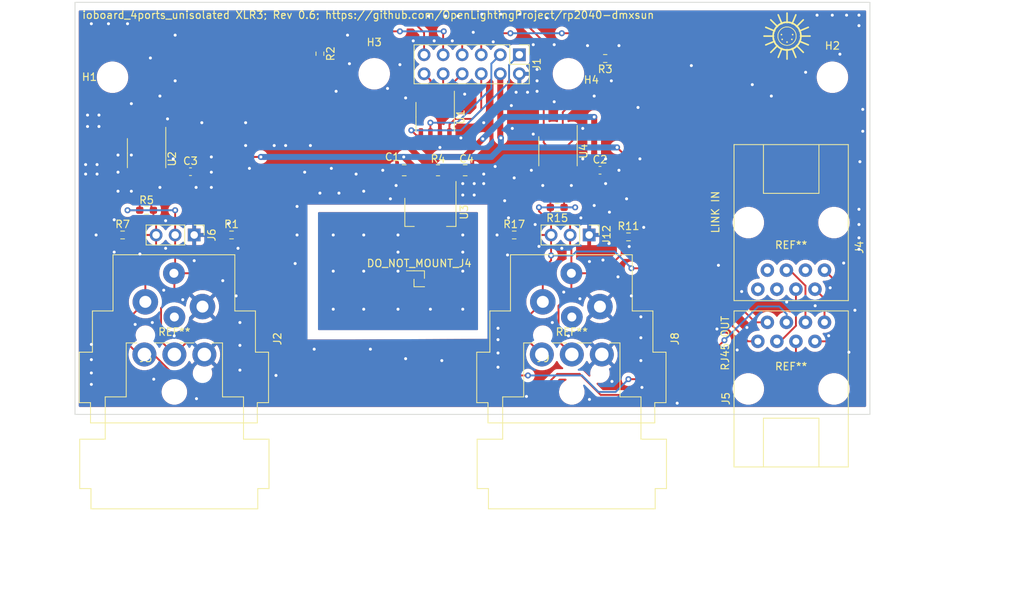
<source format=kicad_pcb>
(kicad_pcb (version 20211014) (generator pcbnew)
  (title_block (title "rp2040_dongle_ioboard_2ports_rdm_unisolated") (date "2021-04-06") (rev "0.3") (company "https://www.openlighting.org"))
  (layers (0 "F.Cu" signal) (31 "B.Cu" signal) (34 "B.Paste" user) (35 "F.Paste" user) (36 "B.SilkS" user "B.Silkscreen") (37 "F.SilkS" user "F.Silkscreen") (38 "B.Mask" user) (39 "F.Mask" user) (44 "Edge.Cuts" user))
  (net 0 "")
  (net 1 "/ID2")
  (net 2 "/GP0")
  (net 3 "/ID1")
  (net 4 "/GP1")
  (net 5 "/ID0")
  (net 6 "+3V3")
  (net 7 "+5V")
  (net 8 "/SCL")
  (net 9 "GND")
  (net 10 "/SDA")
  (net 11 "/RJ45_OUT_2")
  (net 12 "/RJ45_OUT_1")
  (net 13 "/GP2")
  (net 14 "/GP3")
  (net 15 "/RJ45_LINK_3")
  (net 16 "/RJ45_LINK_4")
  (net 17 "/+3V3_INT")
  (net 18 "Net-(C4-Pad2)")
  (net 19 "unconnected-(DO_NOT_MOUNT_J4-Pad1)")
  (net 21 "/RJ45_LINK_1")
  (net 22 "/RJ45_LINK_2")
  (net 26 "/RJ45_OUT_3")
  (net 27 "/RJ45_OUT_4")
  (footprint "MountingHole:MountingHole_3.2mm_M3" (layer "F.Cu") (at 30 30)
    (fp_text reference "H1")
    (fp_text value "MountingHole")
  )
  (footprint "MountingHole:MountingHole_3.2mm_M3" (layer "F.Cu") (at 64.9 29.54)
    (fp_text reference "H3")
    (fp_text value "MountingHole")
  )
  (footprint "MountingHole:MountingHole_3.2mm_M3" (layer "F.Cu") (at 126 30)
    (fp_text reference "H2")
    (fp_text value "MountingHole")
  )
  (footprint "MountingHole:MountingHole_3.2mm_M3" (layer "F.Cu") (at 90.8 29.54)
    (fp_text reference "H4")
    (fp_text value "MountingHole")
  )
  (footprint "Connector_PinHeader_2.54mm:PinHeader_2x06_P2.54mm_Vertical" (layer "F.Cu") (at 84.25 27 -90)
    (fp_text reference "J1")
    (fp_text value "Conn_02x06_Odd_Even")
  )
  (footprint "Resistor_SMD:R_0603_1608Metric_Pad0.98x0.95mm_HandSolder" (layer "F.Cu") (at 45.8705 51.054)
    (fp_text reference "R1")
    (fp_text value "680R")
  )
  (footprint "NC3FD-H:Jack_XLR_Neutrik_NC3FD-H_Horizontal" (layer "F.Cu") (at 38.25 67)
    (fp_text reference "J3")
    (fp_text value "XLR3")
  )
  (footprint "Package_SO:SOIC-8_3.9x4.9mm_P1.27mm" (layer "F.Cu") (at 34.544 40.132 -90)
    (fp_text reference "U2")
    (fp_text value "SP3485EN")
  )
  (footprint "Resistor_SMD:R_0603_1608Metric_Pad0.98x0.95mm_HandSolder" (layer "F.Cu") (at 31.3455 51.054)
    (fp_text reference "R7")
    (fp_text value "680R")
  )
  (footprint "Resistor_SMD:R_0603_1608Metric_Pad0.98x0.95mm_HandSolder" (layer "F.Cu") (at 34.544 47.752 180)
    (fp_text reference "R5")
    (fp_text value "120R")
  )
  (footprint "Capacitor_SMD:C_0603_1608Metric" (layer "F.Cu") (at 40.399 42.61104)
    (fp_text reference "C3")
    (fp_text value "100nF")
  )
  (footprint "Package_SO:SOIC-8_3.9x4.9mm_P1.27mm" (layer "F.Cu") (at 73.025 35.306 -90)
    (fp_text reference "U1")
    (fp_text value "M24C64-RMN6TP")
  )
  (footprint "Connector_PinHeader_2.54mm:PinHeader_1x03_P2.54mm_Vertical" (layer "F.Cu") (at 40.894 51.054 -90)
    (fp_text reference "J6")
    (fp_text value "Conn_01x03")
  )
  (footprint "Connector_Audio:Jack_XLR_Neutrik_NC3FAAH_Horizontal" (layer "F.Cu") (at 42 60.612 -90)
    (fp_text reference "J2")
    (fp_text value "XLR3")
  )
  (footprint "Connector_Audio:Jack_XLR_Neutrik_NC3FAAH_Horizontal" (layer "F.Cu") (at 95 60.612 -90)
    (fp_text reference "J8")
    (fp_text value "XLR3")
  )
  (footprint "Connector_PinHeader_2.54mm:PinHeader_1x03_P2.54mm_Vertical" (layer "F.Cu") (at 93.565 51.054 -90)
    (fp_text reference "J12")
    (fp_text value "Conn_01x03")
  )
  (footprint "Resistor_SMD:R_0603_1608Metric_Pad0.98x0.95mm_HandSolder" (layer "F.Cu") (at 98.806 51.308)
    (fp_text reference "R11")
    (fp_text value "680R")
  )
  (footprint "Resistor_SMD:R_0603_1608Metric_Pad0.98x0.95mm_HandSolder" (layer "F.Cu") (at 83.566 51.054)
    (fp_text reference "R17")
    (fp_text value "680R")
  )
  (footprint "NC3FD-H:Jack_XLR_Neutrik_NC3FD-H_Horizontal" (layer "F.Cu") (at 91.25 67)
    (fp_text reference "J9")
    (fp_text value "XLR3")
  )
  (footprint "Resistor_SMD:R_0603_1608Metric_Pad0.98x0.95mm_HandSolder" (layer "F.Cu") (at 89.3045 47.371 180)
    (fp_text reference "R15")
    (fp_text value "120R")
  )
  (footprint "Capacitor_SMD:C_0603_1608Metric" (layer "F.Cu") (at 95.009 42.418)
    (fp_text reference "C2")
    (fp_text value "100nF")
  )
  (footprint "Package_SO:SOIC-8_3.9x4.9mm_P1.27mm" (layer "F.Cu") (at 89.408 39.878 -90)
    (fp_text reference "U4")
    (fp_text value "SP3485EN")
  )
  (footprint "Resistor_SMD:R_0603_1608Metric" (layer "F.Cu") (at 57.658 26.861 -90)
    (fp_text reference "R2")
    (fp_text value "2k")
  )
  (footprint "Resistor_SMD:R_0603_1608Metric" (layer "F.Cu") (at 95.7 27.5 180)
    (fp_text reference "R3")
    (fp_text value "2k")
  )
  (footprint "Resistor_SMD:R_0805_2012Metric" (layer "F.Cu") (at 73.406 42.418 180)
    (fp_text reference "R4")
    (fp_text value "1R")
  )
  (footprint "Package_TO_SOT_SMD:SOT-223" (layer "F.Cu") (at 72.39 48.006 -90)
    (fp_text reference "U3")
    (fp_text value "AMS1117-3.3")
  )
  (footprint "Capacitor_SMD:C_0805_2012Metric" (layer "F.Cu") (at 77.028 42.418 180)
    (fp_text reference "C4")
    (fp_text value "22uF")
  )
  (footprint "Capacitor_SMD:C_0805_2012Metric" (layer "F.Cu") (at 68.9 42.418 180)
    (fp_text reference "C1")
    (fp_text value "22uF")
  )
  (footprint "Connector_PinHeader_1.00mm:PinHeader_1x02_P1.00mm_Vertical_SMD_Pin1Left" (layer "F.Cu") (at 70.9 56.9)
    (fp_text reference "DO_NOT_MOUNT_J4")
    (fp_text value "Conn_01x01_DO_NOT_MOUNT")
  )
  (footprint "RJ45_Sparkfun:RJ45_Sparkfun" (layer "F.Cu") (at 120.5 71.6)
    (fp_text reference "J5")
    (fp_text value "8P8C")
  )
  (footprint "RJ45_Sparkfun:RJ45_Sparkfun" (layer "F.Cu") (at 120.5 49.4 180)
    (fp_text reference "J4")
    (fp_text value "8P8C")
  )
  (gr_line (start 120.92975 23.777624) (end 120.963901 23.825781) (layer "F.SilkS") (width 0.089209))
  (gr_line (start 118.840607 25.993711) (end 118.770641 25.938728) (layer "F.SilkS") (width 0.211666))
  (gr_line (start 120.893387 23.731223) (end 120.92975 23.777624) (layer "F.SilkS") (width 0.089209))
  (gr_line (start 119.471399 23.380763) (end 119.527024 23.35877) (layer "F.SilkS") (width 0.089209))
  (gr_line (start 121.171502 24.449326) (end 121.173096 24.512534) (layer "F.SilkS") (width 0.089209))
  (gr_line (start 118.412961 25.545088) (end 118.364787 25.469943) (layer "F.SilkS") (width 0.211666))
  (gr_line (start 121.791259 24.320206) (end 121.798411 24.414263) (layer "F.SilkS") (width 0.211666))
  (gr_line (start 121.118027 24.147276) (end 121.134533 24.205563) (layer "F.SilkS") (width 0.089209))
  (gr_line (start 121.800821 24.50957) (end 121.800821 24.50957) (layer "F.SilkS") (width 0.211666))
  (gr_line (start 119.041489 25.338413) (end 119.00299 25.293845) (layer "F.SilkS") (width 0.089209))
  (gr_line (start 118.577792 23.264272) (end 118.639117 23.19995) (layer "F.SilkS") (width 0.211666))
  (gr_line (start 118.988365 22.92562) (end 119.065925 22.881024) (layer "F.SilkS") (width 0.211666))
  (gr_line (start 121.052307 23.980016) (end 121.076837 24.034425) (layer "F.SilkS") (width 0.089209))
  (gr_line (start 120.011222 23.285835) (end 120.073428 23.290578) (layer "F.SilkS") (width 0.089209))
  (gr_line (start 121.377895 23.331474) (end 121.432878 23.40144) (layer "F.SilkS") (width 0.211666))
  (gr_line (start 121.779481 24.791625) (end 121.763193 24.88283) (layer "F.SilkS") (width 0.211666))
  (gr_poly (pts (xy 119.264827 26.06624) (xy 119.270007 26.066584) (xy 119.275193 26.067188) (xy 119.280376 26.068056) (xy 119.285547 26.069191) (xy 119.290698 26.070596) (xy 119.29582 26.072275) (xy 119.300904 26.074232) (xy 119.305883 26.076443) (xy 119.310692 26.078878) (xy 119.315328 26.081526) (xy 119.319786 26.084381) (xy 119.324065 26.087432) (xy 119.328159 26.090671) (xy 119.332065 26.09409) (xy 119.33578 26.09768) (xy 119.339301 26.101432) (xy 119.342622 26.105338) (xy 119.345742 26.109388) (xy 119.348655 26.113575) (xy 119.35136 26.117889) (xy 119.353851 26.122322) (xy 119.356126 26.126864) (xy 119.358181 26.131508) (xy 119.360011 26.136245) (xy 119.361615 26.141066) (xy 119.362988 26.145962) (xy 119.364126 26.150925) (xy 119.365026 26.155945) (xy 119.365684 26.161015) (xy 119.366097 26.166125) (xy 119.366261 26.171268) (xy 119.366173 26.176433) (xy 119.365828 26.181613) (xy 119.365224 26.186799) (xy 119.364356 26.191981) (xy 119.363222 26.197153) (xy 119.361817 26.202303) (xy 119.360137 26.207425) (xy 119.35818 26.21251) (xy 118.872173 27.385837) (xy 118.869961 27.390816) (xy 118.867527 27.395625) (xy 118.864878 27.400261) (xy 118.862024 27.404719) (xy 118.858973 27.408998) (xy 118.855733 27.413092) (xy 118.852314 27.416998) (xy 118.848724 27.420713) (xy 118.844972 27.424233) (xy 118.841067 27.427555) (xy 118.837016 27.430674) (xy 118.83283 27.433588) (xy 118.828516 27.436292) (xy 118.824083 27.438784) (xy 118.81954 27.441059) (xy 118.814896 27.443113) (xy 118.810159 27.444944) (xy 118.805339 27.446548) (xy 118.800443 27.447921) (xy 118.79548 27.449059) (xy 118.790459 27.449959) (xy 118.785389 27.450617) (xy 118.780279 27.45103) (xy 118.775137 27.451194) (xy 118.769971 27.451106) (xy 118.764791 27.450761) (xy 118.759606 27.450157) (xy 118.754423 27.449289) (xy 118.749252 27.448155) (xy 118.744101 27.44675) (xy 118.738979 27.44507) (xy 118.733895 27.443114) (xy 118.728916 27.440902) (xy 118.724107 27.438468) (xy 118.719471 27.435819) (xy 118.715012 27.432965) (xy 118.710734 27.429913) (xy 118.70664 27.426674) (xy 118.702733 27.423255) (xy 118.699018 27.419665) (xy 118.695498 27.415913) (xy 118.692177 27.412007) (xy 118.689057 27.407957) (xy 118.686143 27.40377) (xy 118.683439 27.399456) (xy 118.680948 27.395024) (xy 118.678673 27.390481) (xy 118.676618 27.385837) (xy 118.674787 27.3811) (xy 118.673184 27.376279) (xy 118.671811 27.371383) (xy 118.670673 27.366421) (xy 118.669773 27.3614) (xy 118.669115 27.35633) (xy 118.668702 27.35122) (xy 118.668538 27.346078) (xy 118.668626 27.340912) (xy 118.668971 27.335732) (xy 118.669575 27.330547) (xy 118.670443 27.325364) (xy 118.671577 27.320193) (xy 118.672982 27.315042) (xy 118.674662 27.30992) (xy 118.676619 27.304835) (xy 119.162626 26.131508) (xy 119.164837 26.12653) (xy 119.167272 26.12172) (xy 119.169921 26.117085) (xy 119.172775 26.112626) (xy 119.175826 26.108347) (xy 119.179066 26.104253) (xy 119.182485 26.100347) (xy 119.186075 26.096632) (xy 119.189827 26.093112) (xy 119.193732 26.08979) (xy 119.197783 26.086671) (xy 119.201969 26.083757) (xy 119.206283 26.081053) (xy 119.210716 26.078561) (xy 119.215259 26.076287) (xy 119.219903 26.074232) (xy 119.224639 26.072401) (xy 119.22946 26.070797) (xy 119.234356 26.069425) (xy 119.239319 26.068286) (xy 119.244339 26.067386) (xy 119.249409 26.066728) (xy 119.25452 26.066315) (xy 119.259662 26.066151)) (layer "F.SilkS") (width 0) (fill solid))
  (gr_line (start 120.19505 25.715876) (end 120.13473 25.726678) (layer "F.SilkS") (width 0.089209))
  (gr_poly (pts (xy 118.780074 21.568387) (xy 118.785184 21.5688) (xy 118.790254 21.569458) (xy 118.795275 21.570358) (xy 118.800238 21.571496) (xy 118.805134 21.572869) (xy 118.809954 21.574472) (xy 118.814691 21.576303) (xy 118.819335 21.578358) (xy 118.823878 21.580633) (xy 118.828311 21.583124) (xy 118.832625 21.585829) (xy 118.836811 21.588742) (xy 118.840861 21.591862) (xy 118.844767 21.595183) (xy 118.848519 21.598703) (xy 118.852109 21.602419) (xy 118.855528 21.606325) (xy 118.858768 21.610419) (xy 118.861819 21.614697) (xy 118.864673 21.619156) (xy 118.867322 21.623792) (xy 118.869756 21.628601) (xy 118.871968 21.63358) (xy 119.357976 22.806907) (xy 119.359933 22.811991) (xy 119.361612 22.817113) (xy 119.363017 22.822264) (xy 119.364152 22.827435) (xy 119.365019 22.832618) (xy 119.365624 22.837804) (xy 119.365968 22.842984) (xy 119.366057 22.848149) (xy 119.365893 22.853291) (xy 119.36548 22.858402) (xy 119.364821 22.863471) (xy 119.363921 22.868492) (xy 119.362783 22.873455) (xy 119.36141 22.878351) (xy 119.359807 22.883171) (xy 119.357976 22.887908) (xy 119.355921 22.892552) (xy 119.353646 22.897095) (xy 119.351155 22.901528) (xy 119.34845 22.905842) (xy 119.345537 22.910028) (xy 119.342417 22.914079) (xy 119.339096 22.917984) (xy 119.335576 22.921736) (xy 119.331861 22.925326) (xy 119.327954 22.928745) (xy 119.32386 22.931985) (xy 119.319582 22.935036) (xy 119.315123 22.93789) (xy 119.310487 22.940539) (xy 119.305678 22.942973) (xy 119.300699 22.945185) (xy 119.295615 22.947142) (xy 119.290493 22.948821) (xy 119.285342 22.950226) (xy 119.280171 22.951361) (xy 119.274988 22.952228) (xy 119.269802 22.952833) (xy 119.264622 22.953177) (xy 119.259457 22.953266) (xy 119.254315 22.953102) (xy 119.249204 22.952689) (xy 119.244135 22.95203) (xy 119.239114 22.95113) (xy 119.234151 22.949992) (xy 119.229255 22.948619) (xy 119.224435 22.947016) (xy 119.219698 22.945185) (xy 119.215054 22.94313) (xy 119.210511 22.940855) (xy 119.206078 22.938364) (xy 119.201764 22.93566) (xy 119.197578 22.932746) (xy 119.193527 22.929627) (xy 119.189622 22.926305) (xy 119.18587 22.922785) (xy 119.18228 22.91907) (xy 119.178861 22.915163) (xy 119.175621 22.911069) (xy 119.17257 22.906791) (xy 119.169716 22.902332) (xy 119.167067 22.897696) (xy 119.164633 22.892887) (xy 119.162421 22.887908) (xy 118.676413 21.714581) (xy 118.674456 21.709497) (xy 118.672777 21.704375) (xy 118.671372 21.699224) (xy 118.670238 21.694053) (xy 118.66937 21.68887) (xy 118.668766 21.683685) (xy 118.668421 21.678505) (xy 118.668332 21.673339) (xy 118.668496 21.668197) (xy 118.668909 21.663087) (xy 118.669568 21.658017) (xy 118.670468 21.652996) (xy 118.671606 21.648034) (xy 118.672979 21.643138) (xy 118.674582 21.638317) (xy 118.676413 21.63358) (xy 118.678468 21.628936) (xy 118.680743 21.624393) (xy 118.683234 21.619961) (xy 118.685938 21.615647) (xy 118.688852 21.61146) (xy 118.691972 21.60741) (xy 118.695293 21.603504) (xy 118.698813 21.599752) (xy 118.702528 21.596162) (xy 118.706435 21.592743) (xy 118.710529 21.589504) (xy 118.714807 21.586452) (xy 118.719266 21.583598) (xy 118.723902 21.580949) (xy 118.728711 21.578515) (xy 118.73369 21.576303) (xy 118.738774 21.574346) (xy 118.743896 21.572667) (xy 118.749047 21.571262) (xy 118.754218 21.570128) (xy 118.759401 21.56926) (xy 118.764587 21.568656) (xy 118.769766 21.568311) (xy 118.774932 21.568223)) (layer "F.SilkS") (width 0) (fill solid))
  (gr_line (start 120.230792 26.340314) (end 120.138103 26.352092) (layer "F.SilkS") (width 0.211666))
  (gr_line (start 120.831551 22.881024) (end 120.90911 22.92562) (layer "F.SilkS") (width 0.211666))
  (gr_line (start 118.840607 23.025431) (end 118.913221 22.973794) (layer "F.SilkS") (width 0.211666))
  (gr_line (start 118.096655 24.50957) (end 118.096655 24.50957) (layer "F.SilkS") (width 0.211666))
  (gr_line (start 121.791259 24.698935) (end 121.779481 24.791625) (layer "F.SilkS") (width 0.211666))
  (gr_line (start 119.215307 23.528256) (end 119.263331 23.494011) (layer "F.SilkS") (width 0.089209))
  (gr_line (start 121.763193 24.136311) (end 121.779481 24.227516) (layer "F.SilkS") (width 0.211666))
  (gr_line (start 119.759373 26.352092) (end 119.666684 26.340314) (layer "F.SilkS") (width 0.211666))
  (gr_line (start 119.145783 26.179019) (end 119.065925 26.138118) (layer "F.SilkS") (width 0.211666))
  (gr_line (start 121.655275 25.230485) (end 121.618186 25.312525) (layer "F.SilkS") (width 0.211666))
  (gr_poly (pts (xy 119.954184 21.334708) (xy 119.959558 21.335117) (xy 119.964855 21.33579) (xy 119.970067 21.336721) (xy 119.975187 21.337903) (xy 119.980209 21.339329) (xy 119.985127 21.340993) (xy 119.989933 21.342888) (xy 119.994621 21.345007) (xy 119.999184 21.347344) (xy 120.003616 21.349892) (xy 120.00791 21.352645) (xy 120.012059 21.355596) (xy 120.016057 21.358738) (xy 120.019898 21.362064) (xy 120.023573 21.365568) (xy 120.027077 21.369244) (xy 120.030404 21.373084) (xy 120.033546 21.377082) (xy 120.036496 21.381232) (xy 120.039249 21.385526) (xy 120.041797 21.389958) (xy 120.044135 21.394521) (xy 120.046254 21.399209) (xy 120.048149 21.404015) (xy 120.049813 21.408932) (xy 120.051239 21.413955) (xy 120.052421 21.419075) (xy 120.053351 21.424287) (xy 120.054025 21.429583) (xy 120.054433 21.434958) (xy 120.054571 21.440404) (xy 120.054571 22.710404) (xy 120.054433 22.71585) (xy 120.054025 22.721225) (xy 120.053351 22.726521) (xy 120.052421 22.731733) (xy 120.051239 22.736853) (xy 120.049813 22.741875) (xy 120.048149 22.746793) (xy 120.046254 22.751599) (xy 120.044135 22.756287) (xy 120.041797 22.76085) (xy 120.039249 22.765282) (xy 120.036496 22.769576) (xy 120.033546 22.773726) (xy 120.030404 22.777724) (xy 120.027077 22.781564) (xy 120.023573 22.785239) (xy 120.019898 22.788744) (xy 120.016057 22.79207) (xy 120.012059 22.795212) (xy 120.00791 22.798162) (xy 120.003616 22.800915) (xy 119.999184 22.803464) (xy 119.994621 22.805801) (xy 119.989933 22.80792) (xy 119.985127 22.809815) (xy 119.980209 22.811479) (xy 119.975187 22.812905) (xy 119.970067 22.814087) (xy 119.964855 22.815018) (xy 119.959558 22.815691) (xy 119.954184 22.816099) (xy 119.948738 22.816237) (xy 119.943292 22.816099) (xy 119.937917 22.815691) (xy 119.93262 22.815018) (xy 119.927409 22.814087) (xy 119.922288 22.812905) (xy 119.917266 22.811479) (xy 119.912349 22.809815) (xy 119.907543 22.80792) (xy 119.902855 22.805801) (xy 119.898291 22.803464) (xy 119.893859 22.800915) (xy 119.889565 22.798162) (xy 119.885416 22.795212) (xy 119.881418 22.79207) (xy 119.877578 22.788744) (xy 119.873902 22.785239) (xy 119.870398 22.781564) (xy 119.867072 22.777724) (xy 119.86393 22.773726) (xy 119.860979 22.769576) (xy 119.858226 22.765282) (xy 119.855678 22.76085) (xy 119.853341 22.756287) (xy 119.851221 22.751599) (xy 119.849326 22.746793) (xy 119.847662 22.741875) (xy 119.846236 22.736853) (xy 119.845055 22.731733) (xy 119.844124 22.726521) (xy 119.843451 22.721225) (xy 119.843042 22.71585) (xy 119.842904 22.710404) (xy 119.842904 21.440404) (xy 119.843042 21.434958) (xy 119.843451 21.429583) (xy 119.844124 21.424287) (xy 119.845055 21.419075) (xy 119.846236 21.413955) (xy 119.847662 21.408932) (xy 119.849326 21.404015) (xy 119.851221 21.399209) (xy 119.853341 21.394521) (xy 119.855678 21.389958) (xy 119.858226 21.385526) (xy 119.860979 21.381232) (xy 119.86393 21.377082) (xy 119.867072 21.373084) (xy 119.870398 21.369244) (xy 119.873902 21.365568) (xy 119.877578 21.362064) (xy 119.881418 21.358738) (xy 119.885416 21.355596) (xy 119.889565 21.352645) (xy 119.893859 21.349892) (xy 119.898291 21.347344) (xy 119.902855 21.345007) (xy 119.907543 21.342888) (xy 119.912349 21.340993) (xy 119.917266 21.339329) (xy 119.922288 21.337903) (xy 119.927409 21.336721) (xy 119.93262 21.33579) (xy 119.937917 21.335117) (xy 119.943292 21.334708) (xy 119.948738 21.334571)) (layer "F.SilkS") (width 0) (fill solid))
  (gr_line (start 121.166772 24.386948) (end 121.171502 24.449326) (layer "F.SilkS") (width 0.089209))
  (gr_line (start 119.31193 26.24927) (end 119.227824 26.216108) (layer "F.SilkS") (width 0.211666))
  (gr_line (start 120.669652 22.803033) (end 120.751693 22.840123) (layer "F.SilkS") (width 0.211666))
  (gr_line (start 120.499491 26.278388) (end 120.411602 26.303346) (layer "F.SilkS") (width 0.211666))
  (gr_line (start 118.724874 24.575742) (end 118.72328 24.512534) (layer "F.SilkS") (width 0.089209))
  (gr_line (start 119.364325 23.432486) (end 119.41714 23.40536) (layer "F.SilkS") (width 0.089209))
  (gr_line (start 120.585546 22.769871) (end 120.669652 22.803033) (layer "F.SilkS") (width 0.211666))
  (gr_line (start 121.763193 24.88283) (end 121.742513 24.972435) (layer "F.SilkS") (width 0.211666))
  (gr_line (start 119.761647 25.726678) (end 119.701327 25.715876) (layer "F.SilkS") (width 0.089209))
  (gr_line (start 118.106217 24.698935) (end 118.099065 24.604878) (layer "F.SilkS") (width 0.211666))
  (gr_line (start 119.948189 25.74083) (end 119.885155 25.739232) (layer "F.SilkS") (width 0.089209))
  (gr_line (start 119.263331 23.494011) (end 119.313029 23.462062) (layer "F.SilkS") (width 0.089209))
  (gr_line (start 119.065925 26.138118) (end 118.988365 26.093522) (layer "F.SilkS") (width 0.211666))
  (gr_line (start 118.761844 24.819504) (end 118.748166 24.760078) (layer "F.SilkS") (width 0.089209))
  (gr_line (start 118.51958 23.331474) (end 118.577792 23.264272) (layer "F.SilkS") (width 0.211666))
  (gr_line (start 119.575479 22.695115) (end 119.666684 22.678828) (layer "F.SilkS") (width 0.211666))
  (gr_line (start 118.770641 25.938728) (end 118.703439 25.880516) (layer "F.SilkS") (width 0.211666))
  (gr_line (start 121.798411 24.414263) (end 121.800821 24.50957) (layer "F.SilkS") (width 0.211666))
  (gr_line (start 118.320191 25.392383) (end 118.27929 25.312525) (layer "F.SilkS") (width 0.211666))
  (gr_line (start 121.577285 25.392383) (end 121.532689 25.469943) (layer "F.SilkS") (width 0.211666))
  (gr_line (start 121.076837 24.990642) (end 121.052307 25.045051) (layer "F.SilkS") (width 0.089209))
  (gr_line (start 120.011222 25.739232) (end 119.948189 25.74083) (layer "F.SilkS") (width 0.089209))
  (gr_line (start 121.258359 25.819191) (end 121.194037 25.880516) (layer "F.SilkS") (width 0.211666))
  (gr_line (start 118.913221 26.045347) (end 118.840607 25.993711) (layer "F.SilkS") (width 0.211666))
  (gr_line (start 120.499491 22.740753) (end 120.585546 22.769871) (layer "F.SilkS") (width 0.211666))
  (gr_line (start 118.106217 24.320206) (end 118.117995 24.227516) (layer "F.SilkS") (width 0.211666))
  (gr_line (start 119.948189 23.284237) (end 119.948189 23.284237) (layer "F.SilkS") (width 0.089209))
  (gr_line (start 119.124588 23.603326) (end 119.169033 23.56472) (layer "F.SilkS") (width 0.089209))
  (gr_line (start 121.14821 24.264989) (end 121.158983 24.325476) (layer "F.SilkS") (width 0.089209))
  (gr_line (start 118.577792 25.75487) (end 118.51958 25.687668) (layer "F.SilkS") (width 0.211666))
  (gr_poly (pts (xy 119.953919 25.193813) (xy 119.959574 25.194244) (xy 119.965147 25.194954) (xy 119.97063 25.195936) (xy 119.976018 25.197183) (xy 119.981302 25.198688) (xy 119.986476 25.200443) (xy 119.991533 25.202443) (xy 119.996465 25.204679) (xy 120.001267 25.207145) (xy 120.00593 25.209834) (xy 120.010448 25.212738) (xy 120.014814 25.215851) (xy 120.01902 25.219166) (xy 120.023061 25.222676) (xy 120.026928 25.226373) (xy 120.030615 25.230251) (xy 120.034115 25.234303) (xy 120.037421 25.238521) (xy 120.040525 25.242899) (xy 120.043422 25.247429) (xy 120.046103 25.252105) (xy 120.048562 25.25692) (xy 120.050792 25.261866) (xy 120.052786 25.266937) (xy 120.054537 25.272125) (xy 120.056037 25.277424) (xy 120.057281 25.282827) (xy 120.05826 25.288325) (xy 120.058968 25.293914) (xy 120.059398 25.299584) (xy 120.059543 25.30533) (xy 120.059398 25.311077) (xy 120.058968 25.316747) (xy 120.05826 25.322336) (xy 120.057281 25.327834) (xy 120.056037 25.333237) (xy 120.054537 25.338535) (xy 120.052786 25.343724) (xy 120.050792 25.348795) (xy 120.048562 25.353741) (xy 120.046103 25.358555) (xy 120.043422 25.363232) (xy 120.040525 25.367762) (xy 120.037421 25.37214) (xy 120.034115 25.376358) (xy 120.030615 25.38041) (xy 120.026928 25.384288) (xy 120.023061 25.387985) (xy 120.01902 25.391495) (xy 120.014814 25.39481) (xy 120.010448 25.397923) (xy 120.00593 25.400827) (xy 120.001267 25.403516) (xy 119.996465 25.405982) (xy 119.991533 25.408218) (xy 119.986476 25.410217) (xy 119.981302 25.411973) (xy 119.976018 25.413478) (xy 119.97063 25.414725) (xy 119.965147 25.415707) (xy 119.959574 25.416417) (xy 119.953919 25.416848) (xy 119.948189 25.416993) (xy 119.942458 25.416848) (xy 119.936803 25.416417) (xy 119.93123 25.415707) (xy 119.925747 25.414725) (xy 119.920359 25.413478) (xy 119.915075 25.411973) (xy 119.909901 25.410217) (xy 119.904844 25.408218) (xy 119.899912 25.405982) (xy 119.89511 25.403516) (xy 119.890447 25.400827) (xy 119.885929 25.397923) (xy 119.881563 25.39481) (xy 119.877356 25.391495) (xy 119.873316 25.387985) (xy 119.869449 25.384288) (xy 119.865762 25.38041) (xy 119.862262 25.376358) (xy 119.858956 25.37214) (xy 119.855851 25.367762) (xy 119.852955 25.363232) (xy 119.850274 25.358555) (xy 119.847814 25.353741) (xy 119.845585 25.348795) (xy 119.843591 25.343724) (xy 119.84184 25.338535) (xy 119.840339 25.333237) (xy 119.839096 25.327834) (xy 119.838117 25.322336) (xy 119.837409 25.316747) (xy 119.836979 25.311077) (xy 119.836834 25.30533) (xy 119.836979 25.299584) (xy 119.837409 25.293914) (xy 119.838117 25.288325) (xy 119.839096 25.282827) (xy 119.840339 25.277424) (xy 119.84184 25.272125) (xy 119.843591 25.266937) (xy 119.845585 25.261866) (xy 119.847814 25.25692) (xy 119.850274 25.252105) (xy 119.852955 25.247429) (xy 119.855851 25.242899) (xy 119.858956 25.238521) (xy 119.862262 25.234303) (xy 119.865762 25.230251) (xy 119.869449 25.226373) (xy 119.873316 25.222676) (xy 119.877356 25.219166) (xy 119.881563 25.215851) (xy 119.885929 25.212738) (xy 119.890447 25.209834) (xy 119.89511 25.207145) (xy 119.899912 25.204679) (xy 119.904844 25.202443) (xy 119.909901 25.200443) (xy 119.915075 25.198688) (xy 119.920359 25.197183) (xy 119.925747 25.195936) (xy 119.93123 25.194954) (xy 119.936803 25.194244) (xy 119.942458 25.193813) (xy 119.948189 25.193668)) (layer "F.SilkS") (width 0) (fill solid))
  (gr_line (start 120.771789 23.603326) (end 120.814329 23.643997) (layer "F.SilkS") (width 0.089209))
  (gr_line (start 119.397985 22.740753) (end 119.485873 22.715796) (layer "F.SilkS") (width 0.211666))
  (gr_line (start 119.215307 25.496811) (end 119.169033 25.460347) (layer "F.SilkS") (width 0.089209))
  (gr_line (start 118.27929 23.706616) (end 118.320191 23.626758) (layer "F.SilkS") (width 0.211666))
  (gr_line (start 120.13473 23.29839) (end 120.19505 23.309192) (layer "F.SilkS") (width 0.089209))
  (gr_line (start 121.025256 25.098013) (end 120.995762 25.14945) (layer "F.SilkS") (width 0.089209))
  (gr_line (start 121.173096 24.512534) (end 121.173096 24.512534) (layer "F.SilkS") (width 0.089209))
  (gr_line (start 119.169033 25.460347) (end 119.124588 25.421741) (layer "F.SilkS") (width 0.089209))
  (gr_line (start 118.729605 24.386948) (end 118.737394 24.325476) (layer "F.SilkS") (width 0.089209))
  (gr_line (start 118.703439 23.138625) (end 118.770641 23.080413) (layer "F.SilkS") (width 0.211666))
  (gr_line (start 118.096655 24.50957) (end 118.099065 24.414263) (layer "F.SilkS") (width 0.211666))
  (gr_line (start 118.737394 24.699591) (end 118.729605 24.63812) (layer "F.SilkS") (width 0.089209))
  (gr_line (start 120.230792 22.678828) (end 120.321997 22.695115) (layer "F.SilkS") (width 0.211666))
  (gr_poly (pts (xy 119.207838 24.2) (xy 119.213493 24.200432) (xy 119.219066 24.201142) (xy 119.224549 24.202124) (xy 119.229937 24.20337) (xy 119.235221 24.204875) (xy 119.240395 24.206631) (xy 119.245452 24.20863) (xy 119.250384 24.210866) (xy 119.255186 24.213332) (xy 119.259849 24.216021) (xy 119.264367 24.218925) (xy 119.268733 24.222038) (xy 119.272939 24.225353) (xy 119.27698 24.228863) (xy 119.280847 24.23256) (xy 119.284534 24.236438) (xy 119.288034 24.24049) (xy 119.29134 24.244708) (xy 119.294444 24.249086) (xy 119.297341 24.253616) (xy 119.300022 24.258293) (xy 119.302481 24.263107) (xy 119.304711 24.268053) (xy 119.306705 24.273124) (xy 119.308456 24.278312) (xy 119.309956 24.283611) (xy 119.3112 24.289014) (xy 119.312179 24.294512) (xy 119.312887 24.300101) (xy 119.313317 24.305771) (xy 119.313462 24.311518) (xy 119.313317 24.317264) (xy 119.312887 24.322934) (xy 119.312179 24.328523) (xy 119.3112 24.334021) (xy 119.309956 24.339424) (xy 119.308456 24.344722) (xy 119.306705 24.349911) (xy 119.304711 24.354981) (xy 119.302481 24.359928) (xy 119.300022 24.364742) (xy 119.297341 24.369418) (xy 119.294444 24.373949) (xy 119.29134 24.378327) (xy 119.288034 24.382545) (xy 119.284534 24.386597) (xy 119.280847 24.390475) (xy 119.27698 24.394172) (xy 119.272939 24.397681) (xy 119.268733 24.400996) (xy 119.264367 24.40411) (xy 119.259849 24.407014) (xy 119.255186 24.409703) (xy 119.250384 24.412169) (xy 119.245452 24.414405) (xy 119.240395 24.416404) (xy 119.235221 24.41816) (xy 119.229937 24.419664) (xy 119.224549 24.420911) (xy 119.219066 24.421893) (xy 119.213493 24.422603) (xy 119.207838 24.423035) (xy 119.202107 24.42318) (xy 119.196377 24.423035) (xy 119.190722 24.422603) (xy 119.185149 24.421893) (xy 119.179666 24.420911) (xy 119.174278 24.419664) (xy 119.168994 24.41816) (xy 119.16382 24.416404) (xy 119.158763 24.414405) (xy 119.153831 24.412169) (xy 119.149029 24.409703) (xy 119.144366 24.407014) (xy 119.139848 24.40411) (xy 119.135482 24.400996) (xy 119.131276 24.397681) (xy 119.127235 24.394172) (xy 119.123368 24.390475) (xy 119.119681 24.386597) (xy 119.116181 24.382545) (xy 119.112875 24.378327) (xy 119.109771 24.373949) (xy 119.106874 24.369418) (xy 119.104193 24.364742) (xy 119.101734 24.359928) (xy 119.099504 24.354981) (xy 119.09751 24.349911) (xy 119.095759 24.344722) (xy 119.094259 24.339424) (xy 119.093015 24.334021) (xy 119.092036 24.328523) (xy 119.091328 24.322934) (xy 119.090898 24.317264) (xy 119.090753 24.311518) (xy 119.090898 24.305771) (xy 119.091328 24.300101) (xy 119.092036 24.294512) (xy 119.093015 24.289014) (xy 119.094259 24.283611) (xy 119.095759 24.278312) (xy 119.09751 24.273124) (xy 119.099504 24.268053) (xy 119.101734 24.263107) (xy 119.104193 24.258293) (xy 119.106874 24.253616) (xy 119.109771 24.249086) (xy 119.112875 24.244708) (xy 119.116181 24.24049) (xy 119.119681 24.236438) (xy 119.123368 24.23256) (xy 119.127235 24.228863) (xy 119.131276 24.225353) (xy 119.135482 24.222038) (xy 119.139848 24.218925) (xy 119.144366 24.216021) (xy 119.149029 24.213332) (xy 119.153831 24.210866) (xy 119.158763 24.20863) (xy 119.16382 24.206631) (xy 119.168994 24.204875) (xy 119.174278 24.20337) (xy 119.179666 24.202124) (xy 119.185149 24.201142) (xy 119.190722 24.200432) (xy 119.196377 24.2) (xy 119.202107 24.199855)) (layer "F.SilkS") (width 0) (fill solid))
  (gr_line (start 121.432878 25.617702) (end 121.377895 25.687668) (layer "F.SilkS") (width 0.211666))
  (gr_poly (pts (xy 119.954404 26.203232) (xy 119.959779 26.203641) (xy 119.965075 26.204314) (xy 119.970287 26.205245) (xy 119.975407 26.206427) (xy 119.98043 26.207853) (xy 119.985347 26.209517) (xy 119.990153 26.211412) (xy 119.994841 26.213531) (xy 119.999405 26.215868) (xy 120.003837 26.218416) (xy 120.008131 26.221169) (xy 120.01228 26.22412) (xy 120.016278 26.227262) (xy 120.020118 26.230588) (xy 120.023794 26.234093) (xy 120.027298 26.237768) (xy 120.030624 26.241608) (xy 120.033766 26.245606) (xy 120.036717 26.249756) (xy 120.03947 26.25405) (xy 120.042018 26.258482) (xy 120.044355 26.263045) (xy 120.046475 26.267733) (xy 120.048369 26.272539) (xy 120.050033 26.277456) (xy 120.05146 26.282479) (xy 120.052641 26.287599) (xy 120.053572 26.292811) (xy 120.054245 26.298107) (xy 120.054654 26.303482) (xy 120.054791 26.308928) (xy 120.054791 27.578927) (xy 120.054654 27.584374) (xy 120.054245 27.589748) (xy 120.053572 27.595045) (xy 120.052641 27.600257) (xy 120.05146 27.605377) (xy 120.050033 27.610399) (xy 120.048369 27.615317) (xy 120.046475 27.620123) (xy 120.044355 27.624811) (xy 120.042018 27.629374) (xy 120.03947 27.633806) (xy 120.036717 27.6381) (xy 120.033766 27.642249) (xy 120.030624 27.646247) (xy 120.027298 27.650087) (xy 120.023794 27.653763) (xy 120.020118 27.657267) (xy 120.016278 27.660594) (xy 120.01228 27.663736) (xy 120.008131 27.666686) (xy 120.003837 27.669439) (xy 119.999405 27.671987) (xy 119.994841 27.674325) (xy 119.990153 27.676444) (xy 119.985347 27.678339) (xy 119.98043 27.680003) (xy 119.975407 27.681429) (xy 119.970287 27.682611) (xy 119.965075 27.683541) (xy 119.959779 27.684214) (xy 119.954404 27.684623) (xy 119.948958 27.684761) (xy 119.943512 27.684623) (xy 119.938137 27.684214) (xy 119.932841 27.683541) (xy 119.927629 27.682611) (xy 119.922509 27.681429) (xy 119.917487 27.680003) (xy 119.912569 27.678339) (xy 119.907763 27.676444) (xy 119.903075 27.674325) (xy 119.898512 27.671987) (xy 119.89408 27.669439) (xy 119.889786 27.666686) (xy 119.885636 27.663736) (xy 119.881638 27.660594) (xy 119.877798 27.657267) (xy 119.874123 27.653763) (xy 119.870618 27.650087) (xy 119.867292 27.646247) (xy 119.86415 27.642249) (xy 119.8612 27.6381) (xy 119.858447 27.633806) (xy 119.855898 27.629374) (xy 119.853561 27.624811) (xy 119.851442 27.620123) (xy 119.849547 27.615317) (xy 119.847883 27.610399) (xy 119.846457 27.605377) (xy 119.845275 27.600257) (xy 119.844344 27.595045) (xy 119.843671 27.589748) (xy 119.843263 27.584374) (xy 119.843125 27.578927) (xy 119.843125 26.308928) (xy 119.843263 26.303482) (xy 119.843671 26.298107) (xy 119.844344 26.292811) (xy 119.845275 26.287599) (xy 119.846457 26.282479) (xy 119.847883 26.277456) (xy 119.849547 26.272539) (xy 119.851442 26.267733) (xy 119.853561 26.263045) (xy 119.855898 26.258482) (xy 119.858447 26.25405) (xy 119.8612 26.249756) (xy 119.86415 26.245606) (xy 119.867292 26.241608) (xy 119.870618 26.237768) (xy 119.874123 26.234093) (xy 119.877798 26.230588) (xy 119.881638 26.227262) (xy 119.885636 26.22412) (xy 119.889786 26.221169) (xy 119.89408 26.218416) (xy 119.898512 26.215868) (xy 119.903075 26.213531) (xy 119.907763 26.211412) (xy 119.912569 26.209517) (xy 119.917487 26.207853) (xy 119.922509 26.206427) (xy 119.927629 26.205245) (xy 119.932841 26.204314) (xy 119.938137 26.203641) (xy 119.943512 26.203232) (xy 119.948958 26.203095)) (layer "F.SilkS") (width 0) (fill solid))
  (gr_line (start 119.761647 23.29839) (end 119.822949 23.290578) (layer "F.SilkS") (width 0.089209))
  (gr_line (start 118.84407 23.980016) (end 118.87112 23.927054) (layer "F.SilkS") (width 0.089209))
  (gr_line (start 121.098769 24.934863) (end 121.076837 24.990642) (layer "F.SilkS") (width 0.089209))
  (gr_line (start 120.771789 25.421741) (end 120.727344 25.460347) (layer "F.SilkS") (width 0.089209))
  (gr_line (start 118.209039 25.146379) (end 118.179921 25.060323) (layer "F.SilkS") (width 0.211666))
  (gr_line (start 121.688437 23.872762) (end 121.717555 23.958818) (layer "F.SilkS") (width 0.211666))
  (gr_line (start 119.227824 22.803033) (end 119.31193 22.769871) (layer "F.SilkS") (width 0.211666))
  (gr_line (start 121.194037 23.138625) (end 121.258359 23.19995) (layer "F.SilkS") (width 0.211666))
  (gr_line (start 119.397985 26.278388) (end 119.31193 26.24927) (layer "F.SilkS") (width 0.211666))
  (gr_line (start 119.701327 23.309192) (end 119.761647 23.29839) (layer "F.SilkS") (width 0.089209))
  (gr_line (start 118.134282 24.136311) (end 118.154963 24.046706) (layer "F.SilkS") (width 0.211666))
  (gr_line (start 120.479237 23.40536) (end 120.532052 23.432486) (layer "F.SilkS") (width 0.089209))
  (gr_line (start 121.717555 25.060323) (end 121.688437 25.146379) (layer "F.SilkS") (width 0.211666))
  (gr_line (start 119.701327 25.715876) (end 119.642065 25.70216) (layer "F.SilkS") (width 0.089209))
  (gr_line (start 120.963901 23.825781) (end 120.995762 23.875617) (layer "F.SilkS") (width 0.089209))
  (gr_line (start 119.527024 23.35877) (end 119.583938 23.339459) (layer "F.SilkS") (width 0.089209))
  (gr_line (start 119.41714 25.619707) (end 119.364325 25.592582) (layer "F.SilkS") (width 0.089209))
  (gr_line (start 120.893387 25.293845) (end 120.854887 25.338413) (layer "F.SilkS") (width 0.089209))
  (gr_line (start 119.31193 22.769871) (end 119.397985 22.740753) (layer "F.SilkS") (width 0.211666))
  (gr_line (start 121.484514 25.545088) (end 121.432878 25.617702) (layer "F.SilkS") (width 0.211666))
  (gr_line (start 118.81954 24.990642) (end 118.797608 24.934863) (layer "F.SilkS") (width 0.089209))
  (gr_line (start 120.633046 23.494011) (end 120.68107 23.528256) (layer "F.SilkS") (width 0.089209))
  (gr_line (start 119.313029 25.563006) (end 119.263331 25.531057) (layer "F.SilkS") (width 0.089209))
  (gr_line (start 120.254312 23.322907) (end 120.312439 23.339459) (layer "F.SilkS") (width 0.089209))
  (gr_line (start 121.158983 24.699591) (end 121.14821 24.760078) (layer "F.SilkS") (width 0.089209))
  (gr_line (start 120.669652 26.216108) (end 120.585546 26.24927) (layer "F.SilkS") (width 0.211666))
  (gr_line (start 121.166772 24.63812) (end 121.158983 24.699591) (layer "F.SilkS") (width 0.089209))
  (gr_poly (pts (xy 118.155033 24.404081) (xy 118.160407 24.40449) (xy 118.165704 24.405163) (xy 118.170916 24.406094) (xy 118.176036 24.407275) (xy 118.181058 24.408701) (xy 118.185976 24.410365) (xy 118.190782 24.41226) (xy 118.19547 24.41438) (xy 118.200033 24.416717) (xy 118.204465 24.419265) (xy 118.208759 24.422018) (xy 118.212908 24.424969) (xy 118.216906 24.428111) (xy 118.220747 24.431437) (xy 118.224422 24.434941) (xy 118.227926 24.438617) (xy 118.231253 24.442457) (xy 118.234395 24.446455) (xy 118.237345 24.450604) (xy 118.240098 24.454898) (xy 118.242646 24.45933) (xy 118.244984 24.463894) (xy 118.247103 24.468582) (xy 118.248998 24.473388) (xy 118.250662 24.478305) (xy 118.252088 24.483327) (xy 118.25327 24.488448) (xy 118.2542 24.493659) (xy 118.254873 24.498956) (xy 118.255282 24.504331) (xy 118.25542 24.509777) (xy 118.255282 24.515223) (xy 118.254873 24.520597) (xy 118.2542 24.525894) (xy 118.25327 24.531106) (xy 118.252088 24.536226) (xy 118.250662 24.541248) (xy 118.248998 24.546166) (xy 118.247103 24.550972) (xy 118.244984 24.55566) (xy 118.242646 24.560223) (xy 118.240098 24.564655) (xy 118.237345 24.568949) (xy 118.234395 24.573098) (xy 118.231253 24.577096) (xy 118.227926 24.580937) (xy 118.224422 24.584612) (xy 118.220747 24.588116) (xy 118.216906 24.591443) (xy 118.212908 24.594585) (xy 118.208759 24.597535) (xy 118.204465 24.600288) (xy 118.200033 24.602836) (xy 118.19547 24.605174) (xy 118.190782 24.607293) (xy 118.185976 24.609188) (xy 118.181058 24.610852) (xy 118.176036 24.612278) (xy 118.170916 24.61346) (xy 118.165704 24.61439) (xy 118.160407 24.615064) (xy 118.155033 24.615472) (xy 118.149587 24.61561) (xy 116.879586 24.61561) (xy 116.87414 24.615472) (xy 116.868766 24.615064) (xy 116.863469 24.61439) (xy 116.858257 24.61346) (xy 116.853137 24.612278) (xy 116.848115 24.610852) (xy 116.843197 24.609188) (xy 116.838391 24.607293) (xy 116.833703 24.605174) (xy 116.82914 24.602836) (xy 116.824708 24.600288) (xy 116.820414 24.597535) (xy 116.816265 24.594585) (xy 116.812267 24.591443) (xy 116.808427 24.588116) (xy 116.804751 24.584612) (xy 116.801247 24.580937) (xy 116.79792 24.577096) (xy 116.794778 24.573098) (xy 116.791828 24.568949) (xy 116.789075 24.564655) (xy 116.786527 24.560223) (xy 116.784189 24.55566) (xy 116.78207 24.550972) (xy 116.780175 24.546166) (xy 116.778511 24.541248) (xy 116.777085 24.536226) (xy 116.775903 24.531106) (xy 116.774973 24.525894) (xy 116.7743 24.520597) (xy 116.773891 24.515223) (xy 116.773753 24.509777) (xy 116.773891 24.504331) (xy 116.7743 24.498956) (xy 116.774973 24.493659) (xy 116.775903 24.488448) (xy 116.777085 24.483327) (xy 116.778511 24.478305) (xy 116.780175 24.473388) (xy 116.78207 24.468582) (xy 116.784189 24.463894) (xy 116.786527 24.45933) (xy 116.789075 24.454898) (xy 116.791828 24.450604) (xy 116.794778 24.446455) (xy 116.79792 24.442457) (xy 116.801247 24.438617) (xy 116.804751 24.434941) (xy 116.808427 24.431437) (xy 116.812267 24.428111) (xy 116.816265 24.424969) (xy 116.820414 24.422018) (xy 116.824708 24.419265) (xy 116.82914 24.416717) (xy 116.833703 24.41438) (xy 116.838391 24.41226) (xy 116.843197 24.410365) (xy 116.848115 24.408701) (xy 116.853137 24.407275) (xy 116.858257 24.406094) (xy 116.863469 24.405163) (xy 116.868766 24.40449) (xy 116.87414 24.404081) (xy 116.879586 24.403943) (xy 118.149587 24.403943)) (layer "F.SilkS") (width 0) (fill solid))
  (gr_poly (pts (xy 120.7 24.2) (xy 120.705655 24.200432) (xy 120.711228 24.201142) (xy 120.716711 24.202124) (xy 120.722099 24.20337) (xy 120.727383 24.204875) (xy 120.732557 24.206631) (xy 120.737614 24.20863) (xy 120.742546 24.210866) (xy 120.747348 24.213332) (xy 120.752011 24.216021) (xy 120.756529 24.218925) (xy 120.760895 24.222038) (xy 120.765101 24.225353) (xy 120.769142 24.228863) (xy 120.773009 24.23256) (xy 120.776696 24.236438) (xy 120.780196 24.24049) (xy 120.783502 24.244708) (xy 120.786606 24.249086) (xy 120.789503 24.253616) (xy 120.792184 24.258293) (xy 120.794643 24.263107) (xy 120.796873 24.268053) (xy 120.798867 24.273124) (xy 120.800618 24.278312) (xy 120.802118 24.283611) (xy 120.803362 24.289014) (xy 120.804341 24.294512) (xy 120.805049 24.300101) (xy 120.805479 24.305771) (xy 120.805624 24.311518) (xy 120.805479 24.317264) (xy 120.805049 24.322934) (xy 120.804341 24.328523) (xy 120.803362 24.334021) (xy 120.802118 24.339424) (xy 120.800618 24.344722) (xy 120.798867 24.349911) (xy 120.796873 24.354981) (xy 120.794643 24.359928) (xy 120.792184 24.364742) (xy 120.789503 24.369418) (xy 120.786606 24.373949) (xy 120.783502 24.378327) (xy 120.780196 24.382545) (xy 120.776696 24.386597) (xy 120.773009 24.390475) (xy 120.769142 24.394172) (xy 120.765101 24.397681) (xy 120.760895 24.400996) (xy 120.756529 24.40411) (xy 120.752011 24.407014) (xy 120.747348 24.409703) (xy 120.742546 24.412169) (xy 120.737614 24.414405) (xy 120.732557 24.416404) (xy 120.727383 24.41816) (xy 120.722099 24.419664) (xy 120.716711 24.420911) (xy 120.711228 24.421893) (xy 120.705655 24.422603) (xy 120.7 24.423035) (xy 120.694269 24.42318) (xy 120.688539 24.423035) (xy 120.682884 24.422603) (xy 120.677311 24.421893) (xy 120.671828 24.420911) (xy 120.66644 24.419664) (xy 120.661156 24.41816) (xy 120.655982 24.416404) (xy 120.650925 24.414405) (xy 120.645993 24.412169) (xy 120.641191 24.409703) (xy 120.636528 24.407014) (xy 120.63201 24.40411) (xy 120.627644 24.400996) (xy 120.623438 24.397681) (xy 120.619397 24.394172) (xy 120.61553 24.390475) (xy 120.611843 24.386597) (xy 120.608343 24.382545) (xy 120.605037 24.378327) (xy 120.601932 24.373949) (xy 120.599036 24.369418) (xy 120.596355 24.364742) (xy 120.593896 24.359928) (xy 120.591666 24.354981) (xy 120.589672 24.349911) (xy 120.587921 24.344722) (xy 120.586421 24.339424) (xy 120.585177 24.334021) (xy 120.584198 24.328523) (xy 120.58349 24.322934) (xy 120.58306 24.317264) (xy 120.582915 24.311518) (xy 120.58306 24.305771) (xy 120.58349 24.300101) (xy 120.584198 24.294512) (xy 120.585177 24.289014) (xy 120.586421 24.283611) (xy 120.587921 24.278312) (xy 120.589672 24.273124) (xy 120.591666 24.268053) (xy 120.593896 24.263107) (xy 120.596355 24.258293) (xy 120.599036 24.253616) (xy 120.601932 24.249086) (xy 120.605037 24.244708) (xy 120.608343 24.24049) (xy 120.611843 24.236438) (xy 120.61553 24.23256) (xy 120.619397 24.228863) (xy 120.623438 24.225353) (xy 120.627644 24.222038) (xy 120.63201 24.218925) (xy 120.636528 24.216021) (xy 120.641191 24.213332) (xy 120.645993 24.210866) (xy 120.650925 24.20863) (xy 120.655982 24.206631) (xy 120.661156 24.204875) (xy 120.66644 24.20337) (xy 120.671828 24.202124) (xy 120.677311 24.201142) (xy 120.682884 24.200432) (xy 120.688539 24.2) (xy 120.694269 24.199855)) (layer "F.SilkS") (width 0) (fill solid))
  (gr_line (start 119.822949 23.290578) (end 119.885155 23.285835) (layer "F.SilkS") (width 0.089209))
  (gr_line (start 121.134533 24.819504) (end 121.118027 24.877792) (layer "F.SilkS") (width 0.089209))
  (gr_poly (pts (xy 118.292473 25.092622) (xy 118.297584 25.093035) (xy 118.302653 25.093693) (xy 118.307674 25.094593) (xy 118.312637 25.095731) (xy 118.317533 25.097104) (xy 118.322353 25.098708) (xy 118.32709 25.100539) (xy 118.331734 25.102593) (xy 118.336277 25.104868) (xy 118.34071 25.10736) (xy 118.345024 25.110064) (xy 118.34921 25.112978) (xy 118.353261 25.116097) (xy 118.357166 25.119419) (xy 118.360918 25.122939) (xy 118.364508 25.126654) (xy 118.367927 25.13056) (xy 118.371167 25.134654) (xy 118.374218 25.138933) (xy 118.377072 25.143391) (xy 118.379721 25.148027) (xy 118.382156 25.152836) (xy 118.384367 25.157815) (xy 118.386324 25.162899) (xy 118.388003 25.168021) (xy 118.389408 25.173172) (xy 118.390543 25.178343) (xy 118.39141 25.183526) (xy 118.392015 25.188712) (xy 118.392359 25.193892) (xy 118.392448 25.199057) (xy 118.392284 25.204199) (xy 118.391871 25.20931) (xy 118.391212 25.21438) (xy 118.390312 25.2194) (xy 118.389174 25.224363) (xy 118.387801 25.229259) (xy 118.386198 25.23408) (xy 118.384367 25.238816) (xy 118.382312 25.243461) (xy 118.380037 25.248003) (xy 118.377546 25.252436) (xy 118.374842 25.25675) (xy 118.371928 25.260936) (xy 118.368808 25.264987) (xy 118.365487 25.268892) (xy 118.361967 25.272645) (xy 118.358252 25.276234) (xy 118.354345 25.279654) (xy 118.350251 25.282893) (xy 118.345973 25.285944) (xy 118.341514 25.288799) (xy 118.336878 25.291447) (xy 118.332069 25.293882) (xy 118.32709 25.296093) (xy 117.153763 25.782101) (xy 117.148679 25.784058) (xy 117.143557 25.785737) (xy 117.138406 25.787142) (xy 117.133235 25.788277) (xy 117.128052 25.789145) (xy 117.122866 25.789749) (xy 117.117687 25.790094) (xy 117.112521 25.790182) (xy 117.107379 25.790018) (xy 117.102269 25.789605) (xy 117.097199 25.788947) (xy 117.092178 25.788047) (xy 117.087215 25.786909) (xy 117.082319 25.785536) (xy 117.077499 25.783932) (xy 117.072762 25.782101) (xy 117.068118 25.780046) (xy 117.063575 25.777772) (xy 117.059142 25.77528) (xy 117.054828 25.772576) (xy 117.050642 25.769662) (xy 117.046592 25.766543) (xy 117.042686 25.763221) (xy 117.038934 25.759701) (xy 117.035344 25.755986) (xy 117.031925 25.75208) (xy 117.028685 25.747985) (xy 117.025634 25.743707) (xy 117.02278 25.739248) (xy 117.020131 25.734612) (xy 117.017697 25.729803) (xy 117.015485 25.724824) (xy 117.015485 25.724825) (xy 117.013528 25.71974) (xy 117.011849 25.714618) (xy 117.010444 25.709468) (xy 117.00931 25.704296) (xy 117.008442 25.699114) (xy 117.007838 25.693928) (xy 117.007493 25.688748) (xy 117.007404 25.683583) (xy 117.007569 25.67844) (xy 117.007982 25.67333) (xy 117.00864 25.66826) (xy 117.00954 25.66324) (xy 117.010678 25.658277) (xy 117.012051 25.653381) (xy 117.013654 25.64856) (xy 117.015485 25.643823) (xy 117.01754 25.639179) (xy 117.019815 25.634637) (xy 117.022306 25.630204) (xy 117.025011 25.62589) (xy 117.027924 25.621703) (xy 117.031044 25.617653) (xy 117.034365 25.613747) (xy 117.037885 25.609995) (xy 117.0416 25.606405) (xy 117.045507 25.602986) (xy 117.049601 25.599747) (xy 117.053879 25.596696) (xy 117.058338 25.593841) (xy 117.062974 25.591193) (xy 117.067783 25.588758) (xy 117.072762 25.586547) (xy 118.246089 25.100539) (xy 118.251173 25.098582) (xy 118.256295 25.096903) (xy 118.261446 25.095497) (xy 118.266617 25.094363) (xy 118.2718 25.093495) (xy 118.276986 25.092891) (xy 118.282166 25.092546) (xy 118.287331 25.092458)) (layer "F.SilkS") (width 0) (fill solid))
  (gr_line (start 119.822949 25.734489) (end 119.761647 25.726678) (layer "F.SilkS") (width 0.089209))
  (gr_line (start 120.411602 22.715796) (end 120.499491 22.740753) (layer "F.SilkS") (width 0.211666))
  (gr_line (start 121.742513 24.972435) (end 121.717555 25.060323) (layer "F.SilkS") (width 0.211666))
  (gr_line (start 121.171502 24.575742) (end 121.166772 24.63812) (layer "F.SilkS") (width 0.089209))
  (gr_line (start 120.044046 22.659897) (end 120.138103 22.667049) (layer "F.SilkS") (width 0.211666))
  (gr_line (start 118.797608 24.934863) (end 118.77835 24.877792) (layer "F.SilkS") (width 0.089209))
  (gr_line (start 118.988365 26.093522) (end 118.913221 26.045347) (layer "F.SilkS") (width 0.211666))
  (gr_poly (pts (xy 117.117602 23.229443) (xy 117.122782 23.229788) (xy 117.127967 23.230392) (xy 117.13315 23.23126) (xy 117.138321 23.232394) (xy 117.143472 23.233799) (xy 117.148594 23.235479) (xy 117.153678 23.237436) (xy 118.327006 23.723443) (xy 118.331984 23.725655) (xy 118.336794 23.728089) (xy 118.341429 23.730738) (xy 118.345888 23.733592) (xy 118.350167 23.736643) (xy 118.354261 23.739883) (xy 118.358167 23.743302) (xy 118.361882 23.746892) (xy 118.365402 23.750644) (xy 118.368724 23.75455) (xy 118.371843 23.7586) (xy 118.374757 23.762786) (xy 118.377461 23.7671) (xy 118.379953 23.771533) (xy 118.382227 23.776076) (xy 118.384282 23.78072) (xy 118.386113 23.785457) (xy 118.387717 23.790277) (xy 118.389089 23.795174) (xy 118.390228 23.800136) (xy 118.391128 23.805157) (xy 118.391786 23.810227) (xy 118.392199 23.815337) (xy 118.392363 23.820479) (xy 118.392274 23.825645) (xy 118.39193 23.830824) (xy 118.391326 23.83601) (xy 118.390458 23.841193) (xy 118.389323 23.846364) (xy 118.387918 23.851515) (xy 118.386239 23.856637) (xy 118.384282 23.861721) (xy 118.382071 23.8667) (xy 118.379636 23.871509) (xy 118.376987 23.876145) (xy 118.374133 23.880604) (xy 118.371082 23.884882) (xy 118.367842 23.888977) (xy 118.364423 23.892883) (xy 118.360833 23.896598) (xy 118.357081 23.900118) (xy 118.353176 23.90344) (xy 118.349125 23.906559) (xy 118.344939 23.909473) (xy 118.340625 23.912177) (xy 118.336192 23.914668) (xy 118.33165 23.916943) (xy 118.327005 23.918998) (xy 118.322269 23.920829) (xy 118.317448 23.922433) (xy 118.312552 23.923805) (xy 118.307589 23.924943) (xy 118.302569 23.925843) (xy 118.297499 23.926502) (xy 118.292388 23.926915) (xy 118.287246 23.927079) (xy 118.282081 23.92699) (xy 118.276901 23.926646) (xy 118.271715 23.926041) (xy 118.266533 23.925174) (xy 118.261361 23.924039) (xy 118.256211 23.922634) (xy 118.251089 23.920955) (xy 118.246004 23.918998) (xy 117.072677 23.43299) (xy 117.067698 23.430779) (xy 117.062889 23.428344) (xy 117.058253 23.425696) (xy 117.053794 23.422841) (xy 117.049516 23.41979) (xy 117.045422 23.41655) (xy 117.041516 23.413131) (xy 117.0378 23.409541) (xy 117.03428 23.405789) (xy 117.030959 23.401884) (xy 117.027839 23.397833) (xy 117.024926 23.393647) (xy 117.022221 23.389333) (xy 117.01973 23.3849) (xy 117.017455 23.380357) (xy 117.0154 23.375713) (xy 117.013569 23.370977) (xy 117.011966 23.366156) (xy 117.010593 23.36126) (xy 117.009455 23.356297) (xy 117.008555 23.351277) (xy 117.007897 23.346207) (xy 117.007484 23.341096) (xy 117.00732 23.335954) (xy 117.007408 23.330789) (xy 117.007753 23.325609) (xy 117.008357 23.320423) (xy 117.009225 23.31524) (xy 117.010359 23.310069) (xy 117.011764 23.304918) (xy 117.013443 23.299796) (xy 117.0154 23.294712) (xy 117.015401 23.294712) (xy 117.017612 23.289733) (xy 117.020046 23.284924) (xy 117.022695 23.280288) (xy 117.025549 23.275829) (xy 117.028601 23.271551) (xy 117.03184 23.267457) (xy 117.035259 23.26355) (xy 117.038849 23.259835) (xy 117.042601 23.256315) (xy 117.046507 23.252994) (xy 117.050557 23.249874) (xy 117.054744 23.246961) (xy 117.059058 23.244256) (xy 117.06349 23.241765) (xy 117.068033 23.23949) (xy 117.072677 23.237435) (xy 117.077414 23.235604) (xy 117.082235 23.234001) (xy 117.087131 23.232628) (xy 117.092093 23.23149) (xy 117.097114 23.23059) (xy 117.102184 23.229932) (xy 117.107294 23.229519) (xy 117.112436 23.229355)) (layer "F.SilkS") (width 0) (fill solid))
  (gr_line (start 120.831551 26.138118) (end 120.751693 26.179019) (layer "F.SilkS") (width 0.211666))
  (gr_line (start 118.639117 23.19995) (end 118.703439 23.138625) (layer "F.SilkS") (width 0.211666))
  (gr_line (start 120.854887 23.686655) (end 120.893387 23.731223) (layer "F.SilkS") (width 0.089209))
  (gr_line (start 121.025256 23.927054) (end 121.052307 23.980016) (layer "F.SilkS") (width 0.089209))
  (gr_line (start 120.13473 25.726678) (end 120.073428 25.734489) (layer "F.SilkS") (width 0.089209))
  (gr_line (start 120.585546 26.24927) (end 120.499491 26.278388) (layer "F.SilkS") (width 0.211666))
  (gr_line (start 119.082048 25.381071) (end 119.041489 25.338413) (layer "F.SilkS") (width 0.089209))
  (gr_line (start 120.68107 23.528256) (end 120.727344 23.56472) (layer "F.SilkS") (width 0.089209))
  (gr_line (start 121.173096 24.512534) (end 121.173096 24.512534) (layer "F.SilkS") (width 0.089209))
  (gr_line (start 121.076837 24.034425) (end 121.098769 24.090204) (layer "F.SilkS") (width 0.089209))
  (gr_line (start 118.154963 24.972435) (end 118.134282 24.88283) (layer "F.SilkS") (width 0.211666))
  (gr_line (start 121.532689 25.469943) (end 121.484514 25.545088) (layer "F.SilkS") (width 0.211666))
  (gr_line (start 121.377895 25.687668) (end 121.319683 25.75487) (layer "F.SilkS") (width 0.211666))
  (gr_line (start 120.995762 23.875617) (end 121.025256 23.927054) (layer "F.SilkS") (width 0.089209))
  (gr_line (start 121.742513 24.046706) (end 121.763193 24.136311) (layer "F.SilkS") (width 0.211666))
  (gr_line (start 120.68107 25.496811) (end 120.633046 25.531057) (layer "F.SilkS") (width 0.089209))
  (gr_line (start 119.227824 26.216108) (end 119.145783 26.179019) (layer "F.SilkS") (width 0.211666))
  (gr_line (start 121.056869 23.025431) (end 121.126835 23.080413) (layer "F.SilkS") (width 0.211666))
  (gr_line (start 120.254312 25.70216) (end 120.19505 25.715876) (layer "F.SilkS") (width 0.089209))
  (gr_line (start 119.948189 25.74083) (end 119.948189 25.74083) (layer "F.SilkS") (width 0.089209))
  (gr_line (start 118.724874 24.449326) (end 118.729605 24.386948) (layer "F.SilkS") (width 0.089209))
  (gr_line (start 118.320191 23.626758) (end 118.364787 23.549198) (layer "F.SilkS") (width 0.211666))
  (gr_line (start 119.948189 23.284237) (end 120.011222 23.285835) (layer "F.SilkS") (width 0.089209))
  (gr_poly (pts (xy 121.146205 23.312153) (xy 121.146206 23.312153) (xy 121.146205 23.312153)) (layer "F.SilkS") (width 0) (fill solid))
  (gr_line (start 120.424978 23.380763) (end 120.479237 23.40536) (layer "F.SilkS") (width 0.089209))
  (gr_line (start 121.14821 24.760078) (end 121.134533 24.819504) (layer "F.SilkS") (width 0.089209))
  (gr_line (start 121.484514 23.474053) (end 121.532689 23.549198) (layer "F.SilkS") (width 0.211666))
  (gr_line (start 119.169033 23.56472) (end 119.215307 23.528256) (layer "F.SilkS") (width 0.089209))
  (gr_line (start 120.90911 26.093522) (end 120.831551 26.138118) (layer "F.SilkS") (width 0.211666))
  (gr_line (start 118.737394 24.325476) (end 118.748166 24.264989) (layer "F.SilkS") (width 0.089209))
  (gr_line (start 119.313029 23.462062) (end 119.364325 23.432486) (layer "F.SilkS") (width 0.089209))
  (gr_line (start 118.364787 23.549198) (end 118.412961 23.474053) (layer "F.SilkS") (width 0.211666))
  (gr_poly (pts (xy 117.783551 22.233737) (xy 117.788619 22.2341) (xy 117.793667 22.234705) (xy 117.798688 22.235553) (xy 117.803671 22.236643) (xy 117.808606 22.237975) (xy 117.813486 22.239549) (xy 117.818299 22.241365) (xy 117.823038 22.243423) (xy 117.827691 22.245724) (xy 117.832251 22.248267) (xy 117.836707 22.251052) (xy 117.841051 22.254079) (xy 117.845272 22.257348) (xy 117.849361 22.26086) (xy 117.85331 22.264613) (xy 118.751335 23.162639) (xy 118.755089 23.166587) (xy 118.758601 23.170677) (xy 118.76187 23.174898) (xy 118.764897 23.179241) (xy 118.767682 23.183698) (xy 118.770225 23.188257) (xy 118.772525 23.192911) (xy 118.774584 23.197649) (xy 118.7764 23.202463) (xy 118.777974 23.207342) (xy 118.779306 23.212278) (xy 118.780396 23.217261) (xy 118.781243 23.222281) (xy 118.781849 23.22733) (xy 118.782212 23.232397) (xy 118.782333 23.237474) (xy 118.782212 23.242551) (xy 118.781849 23.247619) (xy 118.781243 23.252667) (xy 118.780396 23.257688) (xy 118.779306 23.262671) (xy 118.777974 23.267607) (xy 118.7764 23.272486) (xy 118.774584 23.2773) (xy 118.772525 23.282038) (xy 118.770225 23.286692) (xy 118.767682 23.291251) (xy 118.764897 23.295707) (xy 118.76187 23.300051) (xy 118.7586 23.304272) (xy 118.755089 23.308361) (xy 118.751335 23.31231) (xy 118.747387 23.316063) (xy 118.743297 23.319575) (xy 118.739076 23.322844) (xy 118.734733 23.325871) (xy 118.730277 23.328656) (xy 118.725717 23.331199) (xy 118.721063 23.3335) (xy 118.716325 23.335558) (xy 118.711512 23.337375) (xy 118.706632 23.338949) (xy 118.701696 23.340281) (xy 118.696713 23.34137) (xy 118.691693 23.342218) (xy 118.686644 23.342823) (xy 118.681577 23.343187) (xy 118.6765 23.343308) (xy 118.671423 23.343187) (xy 118.666356 23.342823) (xy 118.661307 23.342218) (xy 118.656286 23.34137) (xy 118.651304 23.340281) (xy 118.646368 23.338949) (xy 118.641488 23.337375) (xy 118.636675 23.335558) (xy 118.631936 23.3335) (xy 118.627283 23.331199) (xy 118.622723 23.328656) (xy 118.618267 23.325871) (xy 118.613923 23.322844) (xy 118.609702 23.319575) (xy 118.605613 23.316063) (xy 118.601665 23.31231) (xy 117.703639 22.414284) (xy 117.699885 22.410336) (xy 117.696374 22.406246) (xy 117.693104 22.402025) (xy 117.690077 22.397682) (xy 117.687292 22.393226) (xy 117.684749 22.388666) (xy 117.682449 22.384012) (xy 117.68039 22.379274) (xy 117.678574 22.37446) (xy 117.677 22.369581) (xy 117.675668 22.364645) (xy 117.674578 22.359662) (xy 117.673731 22.354642) (xy 117.673125 22.349593) (xy 117.672762 22.344526) (xy 117.672641 22.339449) (xy 117.672762 22.334372) (xy 117.673125 22.329304) (xy 117.673731 22.324256) (xy 117.674578 22.319235) (xy 117.675668 22.314252) (xy 117.677 22.309317) (xy 117.678574 22.304437) (xy 117.68039 22.299624) (xy 117.682449 22.294885) (xy 117.684749 22.290232) (xy 117.687292 22.285672) (xy 117.690077 22.281216) (xy 117.693104 22.276872) (xy 117.696374 22.272651) (xy 117.699885 22.268562) (xy 117.703639 22.264613) (xy 117.707587 22.26086) (xy 117.711677 22.257348) (xy 117.715898 22.254079) (xy 117.720241 22.251052) (xy 117.724697 22.248267) (xy 117.729257 22.245724) (xy 117.733911 22.243423) (xy 117.738649 22.241365) (xy 117.743463 22.239549) (xy 117.748342 22.237975) (xy 117.753278 22.236643) (xy 117.758261 22.235553) (xy 117.763281 22.234705) (xy 117.76833 22.2341) (xy 117.773397 22.233737) (xy 117.778474 22.233615)) (layer "F.SilkS") (width 0) (fill solid))
  (gr_line (start 119.666684 26.340314) (end 119.575479 26.324026) (layer "F.SilkS") (width 0.211666))
  (gr_line (start 118.87112 25.098013) (end 118.84407 25.045051) (layer "F.SilkS") (width 0.089209))
  (gr_line (start 120.727344 25.460347) (end 120.68107 25.496811) (layer "F.SilkS") (width 0.089209))
  (gr_line (start 120.90911 22.92562) (end 120.984255 22.973794) (layer "F.SilkS") (width 0.211666))
  (gr_line (start 118.913221 22.973794) (end 118.988365 22.92562) (layer "F.SilkS") (width 0.211666))
  (gr_line (start 118.84407 25.045051) (end 118.81954 24.990642) (layer "F.SilkS") (width 0.089209))
  (gr_line (start 118.966626 23.777624) (end 119.00299 23.731223) (layer "F.SilkS") (width 0.089209))
  (gr_line (start 121.098769 24.090204) (end 121.118027 24.147276) (layer "F.SilkS") (width 0.089209))
  (gr_line (start 118.639117 25.819191) (end 118.577792 25.75487) (layer "F.SilkS") (width 0.211666))
  (gr_line (start 120.583348 23.462062) (end 120.633046 23.494011) (layer "F.SilkS") (width 0.089209))
  (gr_line (start 118.099065 24.604878) (end 118.096655 24.50957) (layer "F.SilkS") (width 0.211666))
  (gr_line (start 119.642065 23.322907) (end 119.701327 23.309192) (layer "F.SilkS") (width 0.089209))
  (gr_line (start 119.948738 22.657487) (end 120.044046 22.659897) (layer "F.SilkS") (width 0.211666))
  (gr_line (start 121.798411 24.604878) (end 121.791259 24.698935) (layer "F.SilkS") (width 0.211666))
  (gr_line (start 119.583938 25.685609) (end 119.527024 25.666298) (layer "F.SilkS") (width 0.089209))
  (gr_line (start 120.19505 23.309192) (end 120.254312 23.322907) (layer "F.SilkS") (width 0.089209))
  (gr_line (start 120.751693 26.179019) (end 120.669652 26.216108) (layer "F.SilkS") (width 0.211666))
  (gr_line (start 118.27929 25.312525) (end 118.242201 25.230485) (layer "F.SilkS") (width 0.211666))
  (gr_line (start 118.179921 23.958818) (end 118.209039 23.872762) (layer "F.SilkS") (width 0.211666))
  (gr_line (start 120.073428 25.734489) (end 120.011222 25.739232) (layer "F.SilkS") (width 0.089209))
  (gr_line (start 121.618186 23.706616) (end 121.655275 23.788656) (layer "F.SilkS") (width 0.211666))
  (gr_line (start 118.77835 24.877792) (end 118.761844 24.819504) (layer "F.SilkS") (width 0.089209))
  (gr_line (start 120.321997 26.324026) (end 120.230792 26.340314) (layer "F.SilkS") (width 0.211666))
  (gr_line (start 118.932476 23.825781) (end 118.966626 23.777624) (layer "F.SilkS") (width 0.089209))
  (gr_line (start 118.72328 24.512534) (end 118.72328 24.512534) (layer "F.SilkS") (width 0.089209))
  (gr_line (start 119.124588 25.421741) (end 119.082048 25.381071) (layer "F.SilkS") (width 0.089209))
  (gr_line (start 118.900615 25.14945) (end 118.87112 25.098013) (layer "F.SilkS") (width 0.089209))
  (gr_line (start 118.51958 25.687668) (end 118.464598 25.617702) (layer "F.SilkS") (width 0.211666))
  (gr_line (start 118.117995 24.791625) (end 118.106217 24.698935) (layer "F.SilkS") (width 0.211666))
  (gr_line (start 121.173096 24.512534) (end 121.171502 24.575742) (layer "F.SilkS") (width 0.089209))
  (gr_line (start 118.154963 24.046706) (end 118.179921 23.958818) (layer "F.SilkS") (width 0.211666))
  (gr_line (start 120.984255 26.045347) (end 120.90911 26.093522) (layer "F.SilkS") (width 0.211666))
  (gr_line (start 119.85343 26.359244) (end 119.759373 26.352092) (layer "F.SilkS") (width 0.211666))
  (gr_poly (pts (xy 122.790318 23.229315) (xy 122.795429 23.229728) (xy 122.800498 23.230386) (xy 122.805519 23.231286) (xy 122.810482 23.232424) (xy 122.815378 23.233797) (xy 122.820199 23.235401) (xy 122.824935 23.237232) (xy 122.829579 23.239286) (xy 122.834122 23.241561) (xy 122.838555 23.244052) (xy 122.842869 23.246757) (xy 122.847055 23.249671) (xy 122.851106 23.25279) (xy 122.855011 23.256111) (xy 122.858763 23.259632) (xy 122.862353 23.263347) (xy 122.865772 23.267253) (xy 122.869012 23.271347) (xy 122.872063 23.275625) (xy 122.874917 23.280084) (xy 122.877566 23.28472) (xy 122.88 23.289529) (xy 122.882212 23.294508) (xy 122.884169 23.299592) (xy 122.885848 23.304714) (xy 122.887253 23.309865) (xy 122.888388 23.315036) (xy 122.889255 23.320219) (xy 122.88986 23.325405) (xy 122.890204 23.330585) (xy 122.890293 23.33575) (xy 122.890129 23.340892) (xy 122.889716 23.346003) (xy 122.889057 23.351072) (xy 122.888157 23.356093) (xy 122.887019 23.361056) (xy 122.885646 23.365952) (xy 122.884043 23.370773) (xy 122.882212 23.375509) (xy 122.880157 23.380153) (xy 122.877882 23.384696) (xy 122.875391 23.389129) (xy 122.872687 23.393443) (xy 122.869773 23.397629) (xy 122.866654 23.40168) (xy 122.863332 23.405585) (xy 122.859812 23.409337) (xy 122.856097 23.412927) (xy 122.85219 23.416346) (xy 122.848096 23.419586) (xy 122.843818 23.422637) (xy 122.839359 23.425491) (xy 122.834723 23.42814) (xy 122.829914 23.430575) (xy 122.824935 23.432786) (xy 121.651608 23.918794) (xy 121.646524 23.920751) (xy 121.641402 23.92243) (xy 121.636251 23.923835) (xy 121.63108 23.92497) (xy 121.625897 23.925837) (xy 121.620712 23.926442) (xy 121.615532 23.926786) (xy 121.610366 23.926875) (xy 121.605224 23.926711) (xy 121.600114 23.926298) (xy 121.595044 23.925639) (xy 121.590023 23.924739) (xy 121.585061 23.923601) (xy 121.580165 23.922228) (xy 121.575344 23.920625) (xy 121.570607 23.918794) (xy 121.565963 23.916739) (xy 121.56142 23.914464) (xy 121.556988 23.911973) (xy 121.552674 23.909269) (xy 121.548487 23.906355) (xy 121.544437 23.903235) (xy 121.540531 23.899914) (xy 121.536779 23.896394) (xy 121.533189 23.892679) (xy 121.52977 23.888772) (xy 121.526531 23.884678) (xy 121.523479 23.8804) (xy 121.520625 23.875941) (xy 121.517976 23.871305) (xy 121.515542 23.866496) (xy 121.513331 23.861517) (xy 121.511374 23.856433) (xy 121.509694 23.851311) (xy 121.508289 23.84616) (xy 121.507155 23.840989) (xy 121.506287 23.835806) (xy 121.505683 23.830621) (xy 121.505338 23.825441) (xy 121.50525 23.820275) (xy 121.505414 23.815133) (xy 121.505827 23.810023) (xy 121.506485 23.804953) (xy 121.507385 23.799932) (xy 121.508523 23.79497) (xy 121.509896 23.790074) (xy 121.5115 23.785253) (xy 121.513331 23.780516) (xy 121.515385 23.775872) (xy 121.51766 23.771329) (xy 121.520152 23.766897) (xy 121.522856 23.762583) (xy 121.52577 23.758396) (xy 121.528889 23.754346) (xy 121.532211 23.75044) (xy 121.535731 23.746688) (xy 121.539446 23.743098) (xy 121.543352 23.739679) (xy 121.547446 23.73644) (xy 121.551724 23.733388) (xy 121.556183 23.730534) (xy 121.560819 23.727885) (xy 121.565628 23.725451) (xy 121.570607 23.72324) (xy 122.743934 23.237232) (xy 122.749018 23.235275) (xy 122.75414 23.233595) (xy 122.759291 23.23219) (xy 122.764462 23.231056) (xy 122.769645 23.230188) (xy 122.774831 23.229584) (xy 122.780011 23.229239) (xy 122.785176 23.229151)) (layer "F.SilkS") (width 0) (fill solid))
  (gr_line (start 118.932476 25.199286) (end 118.900615 25.14945) (layer "F.SilkS") (width 0.089209))
  (gr_line (start 120.532052 23.432486) (end 120.583348 23.462062) (layer "F.SilkS") (width 0.089209))
  (gr_line (start 120.532052 25.592582) (end 120.479237 25.619707) (layer "F.SilkS") (width 0.089209))
  (gr_line (start 119.00299 25.293845) (end 118.966626 25.247443) (layer "F.SilkS") (width 0.089209))
  (gr_line (start 119.948738 22.657487) (end 119.948738 22.657487) (layer "F.SilkS") (width 0.211666))
  (gr_line (start 121.319683 23.264272) (end 121.377895 23.331474) (layer "F.SilkS") (width 0.211666))
  (gr_line (start 118.117995 24.227516) (end 118.134282 24.136311) (layer "F.SilkS") (width 0.211666))
  (gr_line (start 121.319683 25.75487) (end 121.258359 25.819191) (layer "F.SilkS") (width 0.211666))
  (gr_line (start 119.527024 25.666298) (end 119.471399 25.644305) (layer "F.SilkS") (width 0.089209))
  (gr_line (start 118.412961 23.474053) (end 118.464598 23.40144) (layer "F.SilkS") (width 0.211666))
  (gr_line (start 120.814329 25.381071) (end 120.771789 25.421741) (layer "F.SilkS") (width 0.089209))
  (gr_poly (pts (xy 122.124143 22.23358) (xy 122.129211 22.233943) (xy 122.134259 22.234549) (xy 122.13928 22.235396) (xy 122.144263 22.236486) (xy 122.149199 22.237818) (xy 122.154078 22.239392) (xy 122.158892 22.241208) (xy 122.16363 22.243267) (xy 122.168284 22.245568) (xy 122.172843 22.24811) (xy 122.1773 22.250895) (xy 122.181643 22.253922) (xy 122.185864 22.257192) (xy 122.189954 22.260703) (xy 122.193902 22.264457) (xy 122.197655 22.268405) (xy 122.201167 22.272494) (xy 122.204436 22.276716) (xy 122.207463 22.281059) (xy 122.210248 22.285515) (xy 122.212791 22.290075) (xy 122.215092 22.294729) (xy 122.21715 22.299467) (xy 122.218966 22.304281) (xy 122.220541 22.30916) (xy 122.221872 22.314096) (xy 122.222962 22.319079) (xy 122.22381 22.324099) (xy 122.224415 22.329148) (xy 122.224779 22.334215) (xy 122.2249 22.339292) (xy 122.224779 22.344369) (xy 122.224415 22.349437) (xy 122.22381 22.354485) (xy 122.222962 22.359506) (xy 122.221873 22.364489) (xy 122.220541 22.369424) (xy 122.218967 22.374304) (xy 122.21715 22.379117) (xy 122.215092 22.383856) (xy 122.212791 22.388509) (xy 122.210248 22.393069) (xy 122.207463 22.397525) (xy 122.204436 22.401869) (xy 122.201167 22.40609) (xy 122.197656 22.410179) (xy 122.193902 22.414128) (xy 121.295876 23.312153) (xy 121.291928 23.315907) (xy 121.287838 23.319418) (xy 121.283617 23.322688) (xy 121.279274 23.325715) (xy 121.274818 23.3285) (xy 121.270258 23.331042) (xy 121.265604 23.333343) (xy 121.260866 23.335402) (xy 121.256052 23.337218) (xy 121.251173 23.338792) (xy 121.246237 23.340124) (xy 121.241254 23.341214) (xy 121.236234 23.342061) (xy 121.231185 23.342667) (xy 121.226118 23.34303) (xy 121.221041 23.343151) (xy 121.215964 23.34303) (xy 121.210896 23.342667) (xy 121.205848 23.342061) (xy 121.200827 23.341214) (xy 121.195844 23.340124) (xy 121.190909 23.338792) (xy 121.186029 23.337218) (xy 121.181216 23.335402) (xy 121.176477 23.333343) (xy 121.171824 23.331042) (xy 121.167264 23.3285) (xy 121.162808 23.325715) (xy 121.158464 23.322688) (xy 121.154243 23.319418) (xy 121.150154 23.315907) (xy 121.146205 23.312153) (xy 121.142452 23.308205) (xy 121.138941 23.304116) (xy 121.135671 23.299894) (xy 121.132644 23.295551) (xy 121.129859 23.291095) (xy 121.127316 23.286535) (xy 121.125016 23.281881) (xy 121.122957 23.277143) (xy 121.121141 23.272329) (xy 121.119567 23.26745) (xy 121.118235 23.262514) (xy 121.117145 23.257531) (xy 121.116297 23.252511) (xy 121.115692 23.247462) (xy 121.115329 23.242395) (xy 121.115208 23.237318) (xy 121.115329 23.232241) (xy 121.115692 23.227173) (xy 121.116297 23.222125) (xy 121.117145 23.217104) (xy 121.118235 23.212121) (xy 121.119567 23.207186) (xy 121.121141 23.202306) (xy 121.122957 23.197493) (xy 121.125015 23.192754) (xy 121.127316 23.188101) (xy 121.129859 23.183541) (xy 121.132644 23.179085) (xy 121.135671 23.174741) (xy 121.13894 23.17052) (xy 121.142452 23.166431) (xy 121.146205 23.162482) (xy 122.044231 22.264457) (xy 122.04818 22.260703) (xy 122.052269 22.257192) (xy 122.05649 22.253922) (xy 122.060833 22.250895) (xy 122.06529 22.24811) (xy 122.069849 22.245567) (xy 122.074503 22.243267) (xy 122.079241 22.241208) (xy 122.084055 22.239392) (xy 122.088934 22.237818) (xy 122.09387 22.236486) (xy 122.098853 22.235396) (xy 122.103873 22.234549) (xy 122.108922 22.233943) (xy 122.11399 22.23358) (xy 122.119066 22.233459)) (layer "F.SilkS") (width 0) (fill solid))
  (gr_line (start 121.134533 24.205563) (end 121.14821 24.264989) (layer "F.SilkS") (width 0.089209))
  (gr_poly (pts (xy 121.615615 25.092343) (xy 121.620795 25.092688) (xy 121.625981 25.093292) (xy 121.631164 25.09416) (xy 121.636335 25.095295) (xy 121.641486 25.0967) (xy 121.646608 25.098379) (xy 121.651692 25.100336) (xy 122.825019 25.586344) (xy 122.829998 25.588555) (xy 122.834807 25.590989) (xy 122.839443 25.593638) (xy 122.843902 25.596492) (xy 122.84818 25.599544) (xy 122.852274 25.602783) (xy 122.85618 25.606202) (xy 122.859895 25.609792) (xy 122.863415 25.613544) (xy 122.866737 25.61745) (xy 122.869856 25.6215) (xy 122.87277 25.625687) (xy 122.875474 25.630001) (xy 122.877966 25.634434) (xy 122.880241 25.638976) (xy 122.882295 25.64362) (xy 122.884126 25.648357) (xy 122.88573 25.653178) (xy 122.887103 25.658074) (xy 122.888241 25.663037) (xy 122.889141 25.668057) (xy 122.889799 25.673127) (xy 122.890212 25.678237) (xy 122.890376 25.68338) (xy 122.890288 25.688545) (xy 122.889943 25.693725) (xy 122.889339 25.698911) (xy 122.888471 25.704093) (xy 122.887337 25.709265) (xy 122.885932 25.714416) (xy 122.884252 25.719537) (xy 122.882295 25.724622) (xy 122.880084 25.729601) (xy 122.87765 25.73441) (xy 122.875001 25.739046) (xy 122.872147 25.743504) (xy 122.869095 25.747783) (xy 122.865856 25.751877) (xy 122.862437 25.755783) (xy 122.858847 25.759498) (xy 122.855095 25.763018) (xy 122.851189 25.76634) (xy 122.847139 25.769459) (xy 122.842952 25.772373) (xy 122.838638 25.775077) (xy 122.834206 25.777569) (xy 122.829663 25.779844) (xy 122.825019 25.781898) (xy 122.820282 25.783729) (xy 122.815461 25.785333) (xy 122.810565 25.786706) (xy 122.805603 25.787844) (xy 122.800582 25.788744) (xy 122.795512 25.789402) (xy 122.790402 25.789815) (xy 122.78526 25.789979) (xy 122.780094 25.789891) (xy 122.774914 25.789546) (xy 122.769729 25.788942) (xy 122.764546 25.788074) (xy 122.759375 25.78694) (xy 122.754224 25.785534) (xy 122.749102 25.783855) (xy 122.744018 25.781898) (xy 121.570691 25.29589) (xy 121.565712 25.293679) (xy 121.560903 25.291244) (xy 121.556267 25.288596) (xy 121.551808 25.285741) (xy 121.54753 25.28269) (xy 121.543436 25.279451) (xy 121.539529 25.276032) (xy 121.535814 25.272442) (xy 121.532294 25.26869) (xy 121.528972 25.264784) (xy 121.525853 25.260734) (xy 121.522939 25.256547) (xy 121.520235 25.252233) (xy 121.517744 25.247801) (xy 121.515469 25.243258) (xy 121.513414 25.238614) (xy 121.511583 25.233877) (xy 121.50998 25.229056) (xy 121.508607 25.22416) (xy 121.507469 25.219197) (xy 121.506569 25.214177) (xy 121.50591 25.209107) (xy 121.505497 25.203997) (xy 121.505333 25.198854) (xy 121.505422 25.193689) (xy 121.505766 25.188509) (xy 121.506371 25.183324) (xy 121.507238 25.178141) (xy 121.508373 25.17297) (xy 121.509778 25.167819) (xy 121.511457 25.162697) (xy 121.513414 25.157612) (xy 121.515626 25.152633) (xy 121.51806 25.147824) (xy 121.520709 25.143189) (xy 121.523563 25.13873) (xy 121.526614 25.134451) (xy 121.529854 25.130357) (xy 121.533273 25.126451) (xy 121.536863 25.122736) (xy 121.540615 25.119216) (xy 121.54452 25.115894) (xy 121.548571 25.112775) (xy 121.552757 25.109861) (xy 121.557071 25.107157) (xy 121.561504 25.104665) (xy 121.566047 25.10239) (xy 121.570691 25.100336) (xy 121.575427 25.098505) (xy 121.580248 25.096901) (xy 121.585144 25.095528) (xy 121.590107 25.09439) (xy 121.595128 25.09349) (xy 121.600197 25.092832) (xy 121.605308 25.092419) (xy 121.61045 25.092255)) (layer "F.SilkS") (width 0) (fill solid))
  (gr_line (start 119.065925 22.881024) (end 119.145783 22.840123) (layer "F.SilkS") (width 0.211666))
  (gr_line (start 121.432878 23.40144) (end 121.484514 23.474053) (layer "F.SilkS") (width 0.211666))
  (gr_line (start 121.800821 24.50957) (end 121.798411 24.604878) (layer "F.SilkS") (width 0.211666))
  (gr_line (start 119.885155 25.739232) (end 119.822949 25.734489) (layer "F.SilkS") (width 0.089209))
  (gr_line (start 120.044046 26.359244) (end 119.948738 26.361654) (layer "F.SilkS") (width 0.211666))
  (gr_line (start 121.118027 24.877792) (end 121.098769 24.934863) (layer "F.SilkS") (width 0.089209))
  (gr_line (start 121.688437 25.146379) (end 121.655275 25.230485) (layer "F.SilkS") (width 0.211666))
  (gr_line (start 121.056869 25.993711) (end 120.984255 26.045347) (layer "F.SilkS") (width 0.211666))
  (gr_line (start 118.729605 24.63812) (end 118.724874 24.575742) (layer "F.SilkS") (width 0.089209))
  (gr_line (start 120.963901 25.199286) (end 120.92975 25.247443) (layer "F.SilkS") (width 0.089209))
  (gr_poly (pts (xy 118.681733 25.676302) (xy 118.6868 25.676665) (xy 118.691849 25.677271) (xy 118.69687 25.678118) (xy 118.701852 25.679208) (xy 118.706788 25.68054) (xy 118.711668 25.682114) (xy 118.716481 25.68393) (xy 118.721219 25.685989) (xy 118.725873 25.688289) (xy 118.730433 25.690832) (xy 118.734889 25.693617) (xy 118.739232 25.696644) (xy 118.743453 25.699914) (xy 118.747543 25.703425) (xy 118.751491 25.707179) (xy 118.755245 25.711127) (xy 118.758756 25.715217) (xy 118.762026 25.719438) (xy 118.765053 25.723781) (xy 118.767838 25.728237) (xy 118.770381 25.732797) (xy 118.772681 25.737451) (xy 118.77474 25.742189) (xy 118.776556 25.747002) (xy 118.77813 25.751882) (xy 118.779462 25.756818) (xy 118.780552 25.761801) (xy 118.781399 25.766821) (xy 118.782005 25.77187) (xy 118.782368 25.776937) (xy 118.782489 25.782014) (xy 118.782368 25.787091) (xy 118.782005 25.792159) (xy 118.781399 25.797207) (xy 118.780552 25.802228) (xy 118.779462 25.807211) (xy 118.77813 25.812146) (xy 118.776556 25.817026) (xy 118.77474 25.821839) (xy 118.772681 25.826578) (xy 118.770381 25.831231) (xy 118.767838 25.835791) (xy 118.765053 25.840247) (xy 118.762026 25.844591) (xy 118.758757 25.848812) (xy 118.755245 25.852901) (xy 118.751492 25.85685) (xy 117.853466 26.754875) (xy 117.849517 26.758629) (xy 117.845428 26.762141) (xy 117.841207 26.76541) (xy 117.836863 26.768437) (xy 117.832407 26.771222) (xy 117.827847 26.773765) (xy 117.823194 26.776065) (xy 117.818455 26.778124) (xy 117.813642 26.77994) (xy 117.808762 26.781514) (xy 117.803827 26.782846) (xy 117.798844 26.783936) (xy 117.793823 26.784784) (xy 117.788774 26.785389) (xy 117.783707 26.785752) (xy 117.77863 26.785873) (xy 117.773553 26.785752) (xy 117.768486 26.785389) (xy 117.763437 26.784783) (xy 117.758417 26.783936) (xy 117.753434 26.782846) (xy 117.748498 26.781514) (xy 117.743618 26.77994) (xy 117.738805 26.778124) (xy 117.734067 26.776065) (xy 117.729413 26.773765) (xy 117.724853 26.771222) (xy 117.720397 26.768437) (xy 117.716054 26.76541) (xy 117.711832 26.76214) (xy 117.707743 26.758629) (xy 117.703795 26.754875) (xy 117.700041 26.750927) (xy 117.69653 26.746838) (xy 117.69326 26.742616) (xy 117.690233 26.738273) (xy 117.687448 26.733817) (xy 117.684905 26.729257) (xy 117.682605 26.724604) (xy 117.680546 26.719865) (xy 117.67873 26.715052) (xy 117.677156 26.710172) (xy 117.675824 26.705236) (xy 117.674734 26.700254) (xy 117.673887 26.695233) (xy 117.673281 26.690184) (xy 117.672918 26.685117) (xy 117.672797 26.68004) (xy 117.672918 26.674963) (xy 117.673281 26.669896) (xy 117.673887 26.664847) (xy 117.674734 26.659827) (xy 117.675824 26.654844) (xy 117.677156 26.649908) (xy 117.67873 26.645029) (xy 117.680546 26.640215) (xy 117.682605 26.635477) (xy 117.684906 26.630823) (xy 117.687448 26.626263) (xy 117.690233 26.621807) (xy 117.69326 26.617464) (xy 117.69653 26.613242) (xy 117.700041 26.609153) (xy 117.703795 26.605205) (xy 118.601821 25.707179) (xy 118.605769 25.703425) (xy 118.609859 25.699914) (xy 118.61408 25.696645) (xy 118.618423 25.693617) (xy 118.622879 25.690832) (xy 118.627439 25.68829) (xy 118.632093 25.685989) (xy 118.636831 25.683931) (xy 118.641644 25.682114) (xy 118.646524 25.68054) (xy 118.65146 25.679208) (xy 118.656443 25.678118) (xy 118.661463 25.677271) (xy 118.666512 25.676665) (xy 118.671579 25.676302) (xy 118.676656 25.676181)) (layer "F.SilkS") (width 0) (fill solid))
  (gr_line (start 119.583938 23.339459) (end 119.642065 23.322907) (layer "F.SilkS") (width 0.089209))
  (gr_line (start 119.041489 23.686655) (end 119.082048 23.643997) (layer "F.SilkS") (width 0.089209))
  (gr_line (start 121.194037 25.880516) (end 121.126835 25.938728) (layer "F.SilkS") (width 0.211666))
  (gr_line (start 121.618186 25.312525) (end 121.577285 25.392383) (layer "F.SilkS") (width 0.211666))
  (gr_line (start 119.948738 26.361654) (end 119.85343 26.359244) (layer "F.SilkS") (width 0.211666))
  (gr_line (start 120.138103 26.352092) (end 120.044046 26.359244) (layer "F.SilkS") (width 0.211666))
  (gr_line (start 118.748166 24.760078) (end 118.737394 24.699591) (layer "F.SilkS") (width 0.089209))
  (gr_line (start 118.099065 24.414263) (end 118.106217 24.320206) (layer "F.SilkS") (width 0.211666))
  (gr_line (start 121.532689 23.549198) (end 121.577285 23.626758) (layer "F.SilkS") (width 0.211666))
  (gr_line (start 119.885155 23.285835) (end 119.948189 23.284237) (layer "F.SilkS") (width 0.089209))
  (gr_poly (pts (xy 120.59979 24.836474) (xy 120.605445 24.836906) (xy 120.611018 24.837616) (xy 120.616501 24.838598) (xy 120.621889 24.839845) (xy 120.627173 24.841349) (xy 120.632347 24.843105) (xy 120.637404 24.845104) (xy 120.642336 24.84734) (xy 120.647138 24.849806) (xy 120.651801 24.852495) (xy 120.656319 24.855399) (xy 120.660685 24.858512) (xy 120.664891 24.861827) (xy 120.668932 24.865337) (xy 120.672799 24.869034) (xy 120.676486 24.872912) (xy 120.679986 24.876964) (xy 120.683292 24.881182) (xy 120.686397 24.88556) (xy 120.689293 24.89009) (xy 120.691974 24.894767) (xy 120.694434 24.899581) (xy 120.696664 24.904527) (xy 120.698657 24.909598) (xy 120.700408 24.914786) (xy 120.701909 24.920085) (xy 120.703152 24.925488) (xy 120.704131 24.930986) (xy 120.704839 24.936575) (xy 120.705269 24.942245) (xy 120.705414 24.947991) (xy 120.705269 24.953738) (xy 120.704839 24.959408) (xy 120.704131 24.964997) (xy 120.703152 24.970495) (xy 120.701909 24.975898) (xy 120.700408 24.981197) (xy 120.698657 24.986385) (xy 120.696664 24.991456) (xy 120.694434 24.996402) (xy 120.691974 25.001217) (xy 120.689293 25.005893) (xy 120.686397 25.010423) (xy 120.683292 25.014801) (xy 120.679986 25.019019) (xy 120.676486 25.023071) (xy 120.672799 25.026949) (xy 120.668932 25.030646) (xy 120.664891 25.034156) (xy 120.660685 25.037471) (xy 120.656319 25.040584) (xy 120.651801 25.043489) (xy 120.647138 25.046177) (xy 120.642336 25.048643) (xy 120.637404 25.050879) (xy 120.632347 25.052879) (xy 120.627173 25.054634) (xy 120.621889 25.056139) (xy 120.616501 25.057386) (xy 120.611018 25.058368) (xy 120.605445 25.059078) (xy 120.59979 25.059509) (xy 120.59406 25.059654) (xy 120.588329 25.059509) (xy 120.582674 25.059078) (xy 120.577101 25.058368) (xy 120.571618 25.057386) (xy 120.56623 25.056139) (xy 120.560946 25.054634) (xy 120.555772 25.052879) (xy 120.550715 25.050879) (xy 120.545783 25.048643) (xy 120.540981 25.046177) (xy 120.536318 25.043489) (xy 120.5318 25.040584) (xy 120.527434 25.037471) (xy 120.523228 25.034156) (xy 120.519187 25.030646) (xy 120.51532 25.026949) (xy 120.511633 25.023071) (xy 120.508133 25.019019) (xy 120.504827 25.014801) (xy 120.501723 25.010423) (xy 120.498826 25.005893) (xy 120.496145 25.001217) (xy 120.493686 24.996402) (xy 120.491456 24.991456) (xy 120.489462 24.986385) (xy 120.487711 24.981197) (xy 120.486211 24.975898) (xy 120.484967 24.970495) (xy 120.483988 24.964997) (xy 120.48328 24.959408) (xy 120.48285 24.953738) (xy 120.482705 24.947991) (xy 120.48285 24.942245) (xy 120.48328 24.936575) (xy 120.483988 24.930986) (xy 120.484967 24.925488) (xy 120.486211 24.920085) (xy 120.487711 24.914786) (xy 120.489462 24.909598) (xy 120.491456 24.904527) (xy 120.493686 24.899581) (xy 120.496145 24.894767) (xy 120.498826 24.89009) (xy 120.501723 24.88556) (xy 120.504827 24.881182) (xy 120.508133 24.876964) (xy 120.511633 24.872912) (xy 120.51532 24.869034) (xy 120.519187 24.865337) (xy 120.523228 24.861827) (xy 120.527434 24.858512) (xy 120.5318 24.855399) (xy 120.536318 24.852495) (xy 120.540981 24.849806) (xy 120.545783 24.84734) (xy 120.550715 24.845104) (xy 120.555772 24.843105) (xy 120.560946 24.841349) (xy 120.56623 24.839845) (xy 120.571618 24.838598) (xy 120.577101 24.837616) (xy 120.582674 24.836906) (xy 120.588329 24.836474) (xy 120.59406 24.836329)) (layer "F.SilkS") (width 0) (fill solid))
  (gr_line (start 118.464598 23.40144) (end 118.51958 23.331474) (layer "F.SilkS") (width 0.211666))
  (gr_line (start 119.948738 26.361654) (end 119.948738 26.361654) (layer "F.SilkS") (width 0.211666))
  (gr_line (start 118.770641 23.080413) (end 118.840607 23.025431) (layer "F.SilkS") (width 0.211666))
  (gr_line (start 118.209039 23.872762) (end 118.242201 23.788656) (layer "F.SilkS") (width 0.211666))
  (gr_poly (pts (xy 119.948738 21.334571) (xy 119.948737 21.334571) (xy 119.948738 21.334571)) (layer "F.SilkS") (width 0) (fill solid))
  (gr_line (start 120.479237 25.619707) (end 120.424978 25.644305) (layer "F.SilkS") (width 0.089209))
  (gr_line (start 118.81954 24.034425) (end 118.84407 23.980016) (layer "F.SilkS") (width 0.089209))
  (gr_line (start 119.263331 25.531057) (end 119.215307 25.496811) (layer "F.SilkS") (width 0.089209))
  (gr_line (start 120.138103 22.667049) (end 120.230792 22.678828) (layer "F.SilkS") (width 0.211666))
  (gr_line (start 118.966626 25.247443) (end 118.932476 25.199286) (layer "F.SilkS") (width 0.089209))
  (gr_line (start 121.655275 23.788656) (end 121.688437 23.872762) (layer "F.SilkS") (width 0.211666))
  (gr_line (start 120.411602 26.303346) (end 120.321997 26.324026) (layer "F.SilkS") (width 0.211666))
  (gr_line (start 119.666684 22.678828) (end 119.759373 22.667049) (layer "F.SilkS") (width 0.211666))
  (gr_line (start 120.369353 25.666298) (end 120.312439 25.685609) (layer "F.SilkS") (width 0.089209))
  (gr_line (start 118.464598 25.617702) (end 118.412961 25.545088) (layer "F.SilkS") (width 0.211666))
  (gr_line (start 119.364325 25.592582) (end 119.313029 25.563006) (layer "F.SilkS") (width 0.089209))
  (gr_line (start 121.779481 24.227516) (end 121.791259 24.320206) (layer "F.SilkS") (width 0.211666))
  (gr_line (start 120.583348 25.563006) (end 120.532052 25.592582) (layer "F.SilkS") (width 0.089209))
  (gr_poly (pts (xy 119.308047 24.836474) (xy 119.313703 24.836906) (xy 119.319275 24.837616) (xy 119.324759 24.838598) (xy 119.330146 24.839845) (xy 119.335431 24.841349) (xy 119.340605 24.843105) (xy 119.345661 24.845104) (xy 119.350594 24.84734) (xy 119.355395 24.849806) (xy 119.360059 24.852495) (xy 119.364577 24.855399) (xy 119.368942 24.858512) (xy 119.373149 24.861827) (xy 119.377189 24.865337) (xy 119.381057 24.869034) (xy 119.384744 24.872912) (xy 119.388244 24.876964) (xy 119.391549 24.881182) (xy 119.394654 24.88556) (xy 119.397551 24.89009) (xy 119.400232 24.894767) (xy 119.402691 24.899581) (xy 119.404921 24.904527) (xy 119.406915 24.909598) (xy 119.408665 24.914786) (xy 119.410166 24.920085) (xy 119.411409 24.925488) (xy 119.412389 24.930986) (xy 119.413097 24.936575) (xy 119.413527 24.942245) (xy 119.413672 24.947991) (xy 119.413527 24.953738) (xy 119.413097 24.959408) (xy 119.412389 24.964997) (xy 119.411409 24.970495) (xy 119.410166 24.975898) (xy 119.408665 24.981197) (xy 119.406915 24.986385) (xy 119.404921 24.991456) (xy 119.402691 24.996402) (xy 119.400232 25.001217) (xy 119.397551 25.005893) (xy 119.394654 25.010423) (xy 119.391549 25.014801) (xy 119.388244 25.019019) (xy 119.384744 25.023071) (xy 119.381057 25.026949) (xy 119.377189 25.030646) (xy 119.373149 25.034156) (xy 119.368942 25.037471) (xy 119.364577 25.040584) (xy 119.360059 25.043489) (xy 119.355395 25.046177) (xy 119.350594 25.048643) (xy 119.345661 25.050879) (xy 119.340605 25.052879) (xy 119.335431 25.054634) (xy 119.330146 25.056139) (xy 119.324759 25.057386) (xy 119.319275 25.058368) (xy 119.313703 25.059078) (xy 119.308047 25.059509) (xy 119.302317 25.059654) (xy 119.296587 25.059509) (xy 119.290932 25.059078) (xy 119.285359 25.058368) (xy 119.279875 25.057386) (xy 119.274488 25.056139) (xy 119.269204 25.054634) (xy 119.26403 25.052879) (xy 119.258973 25.050879) (xy 119.25404 25.048643) (xy 119.249239 25.046177) (xy 119.244576 25.043489) (xy 119.240058 25.040584) (xy 119.235692 25.037471) (xy 119.231485 25.034156) (xy 119.227445 25.030646) (xy 119.223578 25.026949) (xy 119.219891 25.023071) (xy 119.216391 25.019019) (xy 119.213085 25.014801) (xy 119.20998 25.010423) (xy 119.207084 25.005893) (xy 119.204403 25.001217) (xy 119.201944 24.996402) (xy 119.199714 24.991456) (xy 119.19772 24.986385) (xy 119.195969 24.981197) (xy 119.194468 24.975898) (xy 119.193225 24.970495) (xy 119.192246 24.964997) (xy 119.191538 24.959408) (xy 119.191108 24.953738) (xy 119.190963 24.947991) (xy 119.191108 24.942245) (xy 119.191538 24.936575) (xy 119.192246 24.930986) (xy 119.193225 24.925488) (xy 119.194468 24.920085) (xy 119.195969 24.914786) (xy 119.19772 24.909598) (xy 119.199714 24.904527) (xy 119.201944 24.899581) (xy 119.204403 24.894767) (xy 119.207084 24.89009) (xy 119.20998 24.88556) (xy 119.213085 24.881182) (xy 119.216391 24.876964) (xy 119.219891 24.872912) (xy 119.223578 24.869034) (xy 119.227445 24.865337) (xy 119.231485 24.861827) (xy 119.235692 24.858512) (xy 119.240058 24.855399) (xy 119.244576 24.852495) (xy 119.249239 24.849806) (xy 119.25404 24.84734) (xy 119.258973 24.845104) (xy 119.26403 24.843105) (xy 119.269204 24.841349) (xy 119.274488 24.839845) (xy 119.279875 24.838598) (xy 119.285359 24.837616) (xy 119.290932 24.836906) (xy 119.296587 24.836474) (xy 119.302317 24.836329)) (layer "F.SilkS") (width 0) (fill solid))
  (gr_line (start 121.258359 23.19995) (end 121.319683 23.264272) (layer "F.SilkS") (width 0.211666))
  (gr_line (start 119.082048 23.643997) (end 119.124588 23.603326) (layer "F.SilkS") (width 0.089209))
  (gr_poly (pts (xy 119.948738 22.816237) (xy 119.948737 22.816237) (xy 119.948738 22.816237)) (layer "F.SilkS") (width 0) (fill solid))
  (gr_line (start 118.900615 23.875617) (end 118.932476 23.825781) (layer "F.SilkS") (width 0.089209))
  (gr_line (start 119.575479 26.324026) (end 119.485873 26.303346) (layer "F.SilkS") (width 0.211666))
  (gr_line (start 120.854887 25.338413) (end 120.814329 25.381071) (layer "F.SilkS") (width 0.089209))
  (gr_line (start 121.577285 23.626758) (end 121.618186 23.706616) (layer "F.SilkS") (width 0.211666))
  (gr_line (start 121.126835 25.938728) (end 121.056869 25.993711) (layer "F.SilkS") (width 0.211666))
  (gr_line (start 120.424978 25.644305) (end 120.369353 25.666298) (layer "F.SilkS") (width 0.089209))
  (gr_line (start 118.748166 24.264989) (end 118.761844 24.205563) (layer "F.SilkS") (width 0.089209))
  (gr_line (start 119.85343 22.659897) (end 119.948738 22.657487) (layer "F.SilkS") (width 0.211666))
  (gr_line (start 119.759373 22.667049) (end 119.85343 22.659897) (layer "F.SilkS") (width 0.211666))
  (gr_line (start 118.797608 24.090204) (end 118.81954 24.034425) (layer "F.SilkS") (width 0.089209))
  (gr_line (start 118.77835 24.147276) (end 118.797608 24.090204) (layer "F.SilkS") (width 0.089209))
  (gr_poly (pts (xy 121.226273 25.676146) (xy 121.23134 25.67651) (xy 121.236389 25.677115) (xy 121.24141 25.677963) (xy 121.246392 25.679053) (xy 121.251328 25.680384) (xy 121.256208 25.681959) (xy 121.261021 25.683775) (xy 121.26576 25.685833) (xy 121.270413 25.688134) (xy 121.274973 25.690677) (xy 121.279429 25.693462) (xy 121.283773 25.696489) (xy 121.287994 25.699758) (xy 121.292083 25.70327) (xy 121.296032 25.707023) (xy 122.194057 26.605049) (xy 122.197811 26.608997) (xy 122.201322 26.613086) (xy 122.204591 26.617308) (xy 122.207618 26.621651) (xy 122.210403 26.626107) (xy 122.212946 26.630667) (xy 122.215247 26.635321) (xy 122.217305 26.640059) (xy 122.219122 26.644873) (xy 122.220696 26.649752) (xy 122.222028 26.654688) (xy 122.223118 26.659671) (xy 122.223965 26.664691) (xy 122.224571 26.66974) (xy 122.224934 26.674807) (xy 122.225055 26.679884) (xy 122.224934 26.684961) (xy 122.224571 26.690029) (xy 122.223965 26.695077) (xy 122.223118 26.700098) (xy 122.222028 26.705081) (xy 122.220696 26.710017) (xy 122.219122 26.714896) (xy 122.217305 26.719709) (xy 122.215247 26.724448) (xy 122.212946 26.729102) (xy 122.210403 26.733661) (xy 122.207618 26.738117) (xy 122.204591 26.742461) (xy 122.201322 26.746682) (xy 122.197811 26.750771) (xy 122.194057 26.75472) (xy 122.190108 26.758473) (xy 122.186019 26.761985) (xy 122.181798 26.765254) (xy 122.177455 26.768281) (xy 122.172998 26.771066) (xy 122.168439 26.773609) (xy 122.163785 26.77591) (xy 122.159047 26.777968) (xy 122.154233 26.779784) (xy 122.149354 26.781358) (xy 122.144418 26.78269) (xy 122.139435 26.78378) (xy 122.134415 26.784628) (xy 122.129366 26.785233) (xy 122.124298 26.785597) (xy 122.119222 26.785718) (xy 122.114145 26.785597) (xy 122.109077 26.785233) (xy 122.104029 26.784628) (xy 122.099008 26.78378) (xy 122.094025 26.782691) (xy 122.089089 26.781359) (xy 122.08421 26.779784) (xy 122.079396 26.777968) (xy 122.074658 26.77591) (xy 122.070004 26.773609) (xy 122.065445 26.771066) (xy 122.060988 26.768281) (xy 122.056645 26.765254) (xy 122.052424 26.761985) (xy 122.048334 26.758473) (xy 122.044386 26.75472) (xy 121.146361 25.856694) (xy 121.142607 25.852746) (xy 121.139095 25.848656) (xy 121.135826 25.844435) (xy 121.132799 25.840092) (xy 121.130014 25.835636) (xy 121.127471 25.831076) (xy 121.125171 25.826422) (xy 121.123112 25.821684) (xy 121.121296 25.81687) (xy 121.119722 25.811991) (xy 121.11839 25.807055) (xy 121.1173 25.802072) (xy 121.116452 25.797052) (xy 121.115847 25.792003) (xy 121.115484 25.786936) (xy 121.115363 25.781859) (xy 121.115484 25.776782) (xy 121.115847 25.771714) (xy 121.116452 25.766666) (xy 121.1173 25.761645) (xy 121.11839 25.756662) (xy 121.119722 25.751727) (xy 121.121296 25.746847) (xy 121.123112 25.742034) (xy 121.125171 25.737295) (xy 121.127471 25.732642) (xy 121.130014 25.728082) (xy 121.132799 25.723626) (xy 121.135826 25.719282) (xy 121.139095 25.715061) (xy 121.142607 25.710972) (xy 121.146361 25.707023) (xy 121.150309 25.70327) (xy 121.154398 25.699758) (xy 121.158619 25.696489) (xy 121.162963 25.693462) (xy 121.167419 25.690677) (xy 121.171979 25.688134) (xy 121.176632 25.685833) (xy 121.181371 25.683775) (xy 121.186184 25.681959) (xy 121.191064 25.680384) (xy 121.196 25.679053) (xy 121.200982 25.677963) (xy 121.206003 25.677115) (xy 121.211052 25.67651) (xy 121.216119 25.676146) (xy 121.221196 25.676025)) (layer "F.SilkS") (width 0) (fill solid))
  (gr_line (start 119.145783 22.840123) (end 119.227824 22.803033) (layer "F.SilkS") (width 0.211666))
  (gr_line (start 121.717555 23.958818) (end 121.742513 24.046706) (layer "F.SilkS") (width 0.211666))
  (gr_line (start 120.814329 23.643997) (end 120.854887 23.686655) (layer "F.SilkS") (width 0.089209))
  (gr_line (start 119.41714 23.40536) (end 119.471399 23.380763) (layer "F.SilkS") (width 0.089209))
  (gr_line (start 120.369353 23.35877) (end 120.424978 23.380763) (layer "F.SilkS") (width 0.089209))
  (gr_line (start 120.751693 22.840123) (end 120.831551 22.881024) (layer "F.SilkS") (width 0.211666))
  (gr_line (start 118.761844 24.205563) (end 118.77835 24.147276) (layer "F.SilkS") (width 0.089209))
  (gr_line (start 121.800821 24.50957) (end 121.800821 24.50957) (layer "F.SilkS") (width 0.211666))
  (gr_poly (pts (xy 123.023557 24.403861) (xy 123.028931 24.40427) (xy 123.034228 24.404943) (xy 123.03944 24.405873) (xy 123.04456 24.407055) (xy 123.049582 24.408481) (xy 123.0545 24.410145) (xy 123.059306 24.41204) (xy 123.063994 24.41416) (xy 123.068557 24.416497) (xy 123.072989 24.419045) (xy 123.077283 24.421798) (xy 123.081432 24.424749) (xy 123.08543 24.42789) (xy 123.08927 24.431217) (xy 123.092946 24.434721) (xy 123.09645 24.438397) (xy 123.099777 24.442237) (xy 123.102919 24.446235) (xy 123.105869 24.450384) (xy 123.108622 24.454678) (xy 123.11117 24.45911) (xy 123.113508 24.463674) (xy 123.115627 24.468362) (xy 123.117522 24.473168) (xy 123.119186 24.478085) (xy 123.120612 24.483107) (xy 123.121794 24.488228) (xy 123.122724 24.493439) (xy 123.123397 24.498736) (xy 123.123806 24.504111) (xy 123.123944 24.509557) (xy 123.123806 24.515003) (xy 123.123397 24.520377) (xy 123.122724 24.525674) (xy 123.121794 24.530886) (xy 123.120612 24.536006) (xy 123.119186 24.541028) (xy 123.117522 24.545946) (xy 123.115627 24.550752) (xy 123.113508 24.55544) (xy 123.11117 24.560003) (xy 123.108622 24.564435) (xy 123.105869 24.568729) (xy 123.102919 24.572878) (xy 123.099777 24.576876) (xy 123.09645 24.580716) (xy 123.092946 24.584392) (xy 123.08927 24.587896) (xy 123.08543 24.591223) (xy 123.081432 24.594364) (xy 123.077283 24.597315) (xy 123.072989 24.600068) (xy 123.068557 24.602616) (xy 123.063994 24.604954) (xy 123.059306 24.607073) (xy 123.0545 24.608968) (xy 123.049582 24.610632) (xy 123.04456 24.612058) (xy 123.03944 24.61324) (xy 123.034228 24.61417) (xy 123.028931 24.614843) (xy 123.023557 24.615252) (xy 123.01811 24.61539) (xy 121.748111 24.61539) (xy 121.742665 24.615252) (xy 121.73729 24.614843) (xy 121.731993 24.61417) (xy 121.726782 24.61324) (xy 121.721661 24.612058) (xy 121.716639 24.610632) (xy 121.711722 24.608968) (xy 121.706916 24.607073) (xy 121.702228 24.604954) (xy 121.697664 24.602616) (xy 121.693232 24.600068) (xy 121.688938 24.597315) (xy 121.684789 24.594364) (xy 121.680791 24.591223) (xy 121.676951 24.587896) (xy 121.673275 24.584392) (xy 121.669771 24.580716) (xy 121.666444 24.576876) (xy 121.663303 24.572878) (xy 121.660352 24.568729) (xy 121.657599 24.564435) (xy 121.655051 24.560003) (xy 121.652714 24.55544) (xy 121.650594 24.550752) (xy 121.648699 24.545946) (xy 121.647035 24.541028) (xy 121.645609 24.536006) (xy 121.644427 24.530886) (xy 121.643497 24.525674) (xy 121.642824 24.520377) (xy 121.642415 24.515003) (xy 121.642277 24.509557) (xy 121.642415 24.504111) (xy 121.642824 24.498736) (xy 121.643497 24.493439) (xy 121.644427 24.488228) (xy 121.645609 24.483107) (xy 121.647035 24.478085) (xy 121.648699 24.473168) (xy 121.650594 24.468362) (xy 121.652714 24.463674) (xy 121.655051 24.45911) (xy 121.657599 24.454678) (xy 121.660352 24.450384) (xy 121.663303 24.446235) (xy 121.666444 24.442237) (xy 121.669771 24.438397) (xy 121.673275 24.434721) (xy 121.676951 24.431217) (xy 121.680791 24.42789) (xy 121.684789 24.424749) (xy 121.688938 24.421798) (xy 121.693232 24.419045) (xy 121.697664 24.416497) (xy 121.702228 24.41416) (xy 121.706916 24.41204) (xy 121.711722 24.410145) (xy 121.716639 24.408481) (xy 121.721661 24.407055) (xy 121.726782 24.405873) (xy 121.731993 24.404943) (xy 121.73729 24.40427) (xy 121.742665 24.403861) (xy 121.748111 24.403723) (xy 123.01811 24.403723)) (layer "F.SilkS") (width 0) (fill solid))
  (gr_line (start 121.126835 23.080413) (end 121.194037 23.138625) (layer "F.SilkS") (width 0.211666))
  (gr_line (start 119.485873 26.303346) (end 119.397985 26.278388) (layer "F.SilkS") (width 0.211666))
  (gr_line (start 119.485873 22.715796) (end 119.575479 22.695115) (layer "F.SilkS") (width 0.211666))
  (gr_line (start 118.242201 25.230485) (end 118.209039 25.146379) (layer "F.SilkS") (width 0.211666))
  (gr_line (start 119.642065 25.70216) (end 119.583938 25.685609) (layer "F.SilkS") (width 0.089209))
  (gr_line (start 121.052307 25.045051) (end 121.025256 25.098013) (layer "F.SilkS") (width 0.089209))
  (gr_line (start 118.703439 25.880516) (end 118.639117 25.819191) (layer "F.SilkS") (width 0.211666))
  (gr_line (start 120.984255 22.973794) (end 121.056869 23.025431) (layer "F.SilkS") (width 0.211666))
  (gr_line (start 120.321997 22.695115) (end 120.411602 22.715796) (layer "F.SilkS") (width 0.211666))
  (gr_line (start 120.633046 25.531057) (end 120.583348 25.563006) (layer "F.SilkS") (width 0.089209))
  (gr_line (start 120.073428 23.290578) (end 120.13473 23.29839) (layer "F.SilkS") (width 0.089209))
  (gr_line (start 120.92975 25.247443) (end 120.893387 25.293845) (layer "F.SilkS") (width 0.089209))
  (gr_line (start 118.242201 23.788656) (end 118.27929 23.706616) (layer "F.SilkS") (width 0.211666))
  (gr_line (start 120.312439 23.339459) (end 120.369353 23.35877) (layer "F.SilkS") (width 0.089209))
  (gr_line (start 121.158983 24.325476) (end 121.166772 24.386948) (layer "F.SilkS") (width 0.089209))
  (gr_line (start 118.72328 24.512534) (end 118.724874 24.449326) (layer "F.SilkS") (width 0.089209))
  (gr_line (start 118.87112 23.927054) (end 118.900615 23.875617) (layer "F.SilkS") (width 0.089209))
  (gr_line (start 118.364787 25.469943) (end 118.320191 25.392383) (layer "F.SilkS") (width 0.211666))
  (gr_line (start 119.471399 25.644305) (end 119.41714 25.619707) (layer "F.SilkS") (width 0.089209))
  (gr_line (start 119.00299 23.731223) (end 119.041489 23.686655) (layer "F.SilkS") (width 0.089209))
  (gr_poly (pts (xy 121.127726 21.568226) (xy 121.132906 21.568571) (xy 121.138092 21.569175) (xy 121.143274 21.570043) (xy 121.148446 21.571177) (xy 121.153597 21.572582) (xy 121.158719 21.574261) (xy 121.163803 21.576218) (xy 121.163802 21.576218) (xy 121.168781 21.57843) (xy 121.173591 21.580864) (xy 121.178226 21.583513) (xy 121.182685 21.586367) (xy 121.186963 21.589418) (xy 121.191058 21.592658) (xy 121.194964 21.596077) (xy 121.198679 21.599667) (xy 121.202199 21.603419) (xy 121.205521 21.607325) (xy 121.20864 21.611375) (xy 121.211554 21.615561) (xy 121.214258 21.619875) (xy 121.216749 21.624308) (xy 121.219024 21.628851) (xy 121.221079 21.633495) (xy 121.22291 21.638232) (xy 121.224514 21.643052) (xy 121.225886 21.647948) (xy 121.227025 21.652911) (xy 121.227925 21.657932) (xy 121.228583 21.663002) (xy 121.228996 21.668112) (xy 121.22916 21.673254) (xy 121.229071 21.67842) (xy 121.228727 21.683599) (xy 121.228122 21.688785) (xy 121.227255 21.693968) (xy 121.22612 21.699139) (xy 121.224715 21.70429) (xy 121.223036 21.709412) (xy 121.221079 21.714496) (xy 120.735071 22.887823) (xy 120.73286 22.892802) (xy 120.730425 22.897611) (xy 120.727777 22.902247) (xy 120.724922 22.906706) (xy 120.721871 22.910984) (xy 120.718631 22.915078) (xy 120.715212 22.918985) (xy 120.711622 22.9227) (xy 120.70787 22.92622) (xy 120.703965 22.929541) (xy 120.699914 22.932661) (xy 120.695728 22.935574) (xy 120.691414 22.938279) (xy 120.686981 22.94077) (xy 120.682439 22.943045) (xy 120.677794 22.9451) (xy 120.673058 22.946931) (xy 120.668237 22.948534) (xy 120.663341 22.949907) (xy 120.658378 22.951045) (xy 120.653358 22.951945) (xy 120.648288 22.952603) (xy 120.643177 22.953016) (xy 120.638035 22.95318) (xy 120.63287 22.953092) (xy 120.62769 22.952747) (xy 120.622504 22.952143) (xy 120.617321 22.951275) (xy 120.61215 22.950141) (xy 120.606999 22.948736) (xy 120.601877 22.947057) (xy 120.596793 22.9451) (xy 120.596794 22.9451) (xy 120.591815 22.942888) (xy 120.587005 22.940454) (xy 120.58237 22.937805) (xy 120.577911 22.934951) (xy 120.573632 22.9319) (xy 120.569538 22.92866) (xy 120.565632 22.925241) (xy 120.561917 22.921651) (xy 120.558397 22.917899) (xy 120.555075 22.913993) (xy 120.551956 22.909943) (xy 120.549042 22.905757) (xy 120.546338 22.901443) (xy 120.543846 22.89701) (xy 120.541571 22.892467) (xy 120.539517 22.887823) (xy 120.537686 22.883086) (xy 120.536082 22.878266) (xy 120.534709 22.87337) (xy 120.533571 22.868407) (xy 120.532671 22.863386) (xy 120.532013 22.858316) (xy 120.5316 22.853206) (xy 120.531436 22.848064) (xy 120.531524 22.842898) (xy 120.531869 22.837719) (xy 120.532473 22.832533) (xy 120.533341 22.82735) (xy 120.534475 22.822179) (xy 120.53588 22.817028) (xy 120.53756 22.811906) (xy 120.539517 22.806822) (xy 121.025525 21.633495) (xy 121.027736 21.628516) (xy 121.03017 21.623707) (xy 121.032819 21.619071) (xy 121.035673 21.614612) (xy 121.038725 21.610334) (xy 121.041964 21.60624) (xy 121.045383 21.602333) (xy 121.048973 21.598618) (xy 121.052725 21.595098) (xy 121.056631 21.591777) (xy 121.060681 21.588657) (xy 121.064868 21.585744) (xy 121.069182 21.583039) (xy 121.073614 21.580548) (xy 121.078157 21.578273) (xy 121.082801 21.576218) (xy 121.087538 21.574387) (xy 121.092359 21.572784) (xy 121.097255 21.571411) (xy 121.102218 21.570273) (xy 121.107238 21.569373) (xy 121.112308 21.568715) (xy 121.117418 21.568302) (xy 121.122561 21.568138)) (layer "F.SilkS") (width 0) (fill solid))
  (gr_line (start 118.179921 25.060323) (end 118.154963 24.972435) (layer "F.SilkS") (width 0.211666))
  (gr_line (start 118.134282 24.88283) (end 118.117995 24.791625) (layer "F.SilkS") (width 0.211666))
  (gr_line (start 120.995762 25.14945) (end 120.963901 25.199286) (layer "F.SilkS") (width 0.089209))
  (gr_line (start 120.312439 25.685609) (end 120.254312 25.70216) (layer "F.SilkS") (width 0.089209))
  (gr_line (start 120.727344 23.56472) (end 120.771789 23.603326) (layer "F.SilkS") (width 0.089209))
  (gr_poly (pts (xy 120.64338 26.066232) (xy 120.648491 26.066645) (xy 120.653561 26.067303) (xy 120.658581 26.068203) (xy 120.663544 26.069341) (xy 120.66844 26.070714) (xy 120.673261 26.072318) (xy 120.677997 26.074149) (xy 120.682641 26.076203) (xy 120.687184 26.078478) (xy 120.691617 26.08097) (xy 120.695931 26.083674) (xy 120.700117 26.086588) (xy 120.704168 26.089707) (xy 120.708073 26.093029) (xy 120.711825 26.096549) (xy 120.715415 26.100264) (xy 120.718834 26.10417) (xy 120.722074 26.108264) (xy 120.725125 26.112543) (xy 120.727979 26.117001) (xy 120.730628 26.121637) (xy 120.733063 26.126446) (xy 120.735274 26.131425) (xy 121.221282 27.304752) (xy 121.223239 27.309836) (xy 121.224918 27.314958) (xy 121.226323 27.320109) (xy 121.227457 27.325281) (xy 121.228325 27.330463) (xy 121.228929 27.335649) (xy 121.229274 27.340829) (xy 121.229362 27.345994) (xy 121.229198 27.351137) (xy 121.228785 27.356247) (xy 121.228127 27.361317) (xy 121.227227 27.366337) (xy 121.226089 27.3713) (xy 121.224716 27.376196) (xy 121.223113 27.381017) (xy 121.221282 27.385754) (xy 121.219227 27.390398) (xy 121.216952 27.394941) (xy 121.214461 27.399373) (xy 121.211756 27.403687) (xy 121.208843 27.407874) (xy 121.205723 27.411924) (xy 121.202402 27.41583) (xy 121.198882 27.419582) (xy 121.195167 27.423172) (xy 121.19126 27.426591) (xy 121.187166 27.42983) (xy 121.182888 27.432882) (xy 121.178429 27.435736) (xy 121.173793 27.438385) (xy 121.168984 27.440819) (xy 121.164005 27.44303) (xy 121.15892 27.444987) (xy 121.153798 27.446666) (xy 121.148648 27.448072) (xy 121.143476 27.449206) (xy 121.138294 27.450074) (xy 121.133108 27.450678) (xy 121.127928 27.451023) (xy 121.122763 27.451111) (xy 121.11762 27.450947) (xy 121.11251 27.450534) (xy 121.10744 27.449876) (xy 121.10242 27.448976) (xy 121.097457 27.447838) (xy 121.092561 27.446465) (xy 121.08774 27.444861) (xy 121.083003 27.44303) (xy 121.078359 27.440976) (xy 121.073817 27.438701) (xy 121.069384 27.436209) (xy 121.06507 27.433505) (xy 121.060883 27.430591) (xy 121.056833 27.427472) (xy 121.052927 27.42415) (xy 121.049175 27.42063) (xy 121.045585 27.416915) (xy 121.042166 27.413009) (xy 121.038927 27.408915) (xy 121.035876 27.404636) (xy 121.033021 27.400177) (xy 121.030373 27.395542) (xy 121.027938 27.390732) (xy 121.025727 27.385753) (xy 120.539719 26.212427) (xy 120.537762 26.207342) (xy 120.536083 26.20222) (xy 120.534678 26.197069) (xy 120.533543 26.191898) (xy 120.532676 26.186715) (xy 120.532071 26.18153) (xy 120.531727 26.17635) (xy 120.531638 26.171185) (xy 120.531802 26.166042) (xy 120.532215 26.160932) (xy 120.532874 26.155862) (xy 120.533774 26.150842) (xy 120.534912 26.145879) (xy 120.536285 26.140983) (xy 120.537888 26.136162) (xy 120.539719 26.131425) (xy 120.541774 26.126781) (xy 120.544049 26.122238) (xy 120.54654 26.117806) (xy 120.549244 26.113492) (xy 120.552158 26.109305) (xy 120.555277 26.105255) (xy 120.558599 26.101349) (xy 120.562119 26.097597) (xy 120.565834 26.094007) (xy 120.569741 26.090588) (xy 120.573835 26.087349) (xy 120.578113 26.084298) (xy 120.582572 26.081443) (xy 120.587208 26.078794) (xy 120.592017 26.07636) (xy 120.596996 26.074149) (xy 120.60208 26.072192) (xy 120.607202 26.070513) (xy 120.612353 26.069108) (xy 120.617524 26.067973) (xy 120.622707 26.067105) (xy 120.627893 26.066501) (xy 120.633073 26.066156) (xy 120.638238 26.066068)) (layer "F.SilkS") (width 0) (fill solid))
  (gr_line (start 131 75) (end 25 75) (layer "Edge.Cuts") (width 0.1))
  (gr_line (start 25 20) (end 131 20) (layer "Edge.Cuts") (width 0.1))
  (gr_line (start 131 20) (end 131 75) (layer "Edge.Cuts") (width 0.1))
  (gr_line (start 25 75) (end 25 20) (layer "Edge.Cuts") (width 0.1))
  (gr_text "ioboard_4ports_unisolated XLR3; Rev 0.6; https://github.com/OpenLightingProject/rp2040-dmxsun" (at 64.1 21.7) (layer "F.SilkS") (effects (font (size 1 1))))
  (gr_text "LINK IN" (at 110.4 48 90) (layer "F.SilkS") (effects (font (size 1 1))))
  (gr_text "RJ45 OUT" (at 111.7 65.5 90) (layer "F.SilkS") (effects (font (size 1 1))))
  (segment (start 72.39 30.38) (end 71.55 29.54) (width 0.25) (layer "F.Cu") (net 1))
  (segment (start 72.39 32.512) (end 72.39 30.38) (width 0.25) (layer "F.Cu") (net 1))
  (segment (start 33.782 26.67) (end 37.592 22.86) (width 0.25) (layer "F.Cu") (net 2))
  (segment (start 37.592 22.86) (end 70.358 22.86) (width 0.25) (layer "F.Cu") (net 2))
  (segment (start 32.639 38.989) (end 33.274 39.624) (width 0.25) (layer "F.Cu") (net 2))
  (segment (start 36.068 39.624) (end 33.274 39.624) (width 0.25) (layer "F.Cu") (net 2))
  (segment (start 36.449 37.657) (end 36.449 39.243) (width 0.25) (layer "F.Cu") (net 2))
  (segment (start 32.639 35.687) (end 32.639 37.657) (width 0.25) (layer "F.Cu") (net 2))
  (segment (start 33.782 26.67) (end 33.782 34.544) (width 0.25) (layer "F.Cu") (net 2))
  (segment (start 70.358 22.86) (end 71.55 24.052) (width 0.25) (layer "F.Cu") (net 2))
  (segment (start 71.55 24.052) (end 71.55 27) (width 0.25) (layer "F.Cu") (net 2))
  (segment (start 36.449 39.243) (end 36.068 39.624) (width 0.25) (layer "F.Cu") (net 2))
  (segment (start 33.782 34.544) (end 32.639 35.687) (width 0.25) (layer "F.Cu") (net 2))
  (segment (start 32.639 37.657) (end 32.639 38.989) (width 0.25) (layer "F.Cu") (net 2))
  (segment (start 73.66 32.512) (end 73.66 31.496) (width 0.25) (layer "F.Cu") (net 3))
  (segment (start 74.09 31.066) (end 74.09 29.54) (width 0.25) (layer "F.Cu") (net 3))
  (segment (start 73.66 31.496) (end 74.09 31.066) (width 0.25) (layer "F.Cu") (net 3))
  (segment (start 68.326 23.876) (end 64.008 23.876) (width 0.25) (layer "F.Cu") (net 4))
  (segment (start 74.09 23.954) (end 74.168 23.876) (width 0.25) (layer "F.Cu") (net 4))
  (segment (start 35.179 34.671) (end 35.179 37.657) (width 0.25) (layer "F.Cu") (net 4))
  (segment (start 35.179 29.591) (end 35.179 34.671) (width 0.25) (layer "F.Cu") (net 4))
  (segment (start 33.909 37.657) (end 35.179 37.657) (width 0.25) (layer "F.Cu") (net 4))
  (segment (start 60.198 27.686) (end 37.084 27.686) (width 0.25) (layer "F.Cu") (net 4))
  (segment (start 37.084 27.686) (end 35.179 29.591) (width 0.25) (layer "F.Cu") (net 4))
  (segment (start 64.008 23.876) (end 60.198 27.686) (width 0.25) (layer "F.Cu") (net 4))
  (segment (start 74.09 27) (end 74.09 23.954) (width 0.25) (layer "F.Cu") (net 4))
  (via (at 74.168 23.876) (size 0.8) (drill 0.4) (layers "F.Cu" "B.Cu") (net 4))
  (via (at 68.326 23.876) (size 0.8) (drill 0.4) (layers "F.Cu" "B.Cu") (net 4))
  (segment (start 74.168 23.876) (end 68.326 23.876) (width 0.25) (layer "B.Cu") (net 4))
  (segment (start 74.93 32.512) (end 74.93 31.24) (width 0.25) (layer "F.Cu") (net 5))
  (segment (start 74.93 31.24) (end 76.63 29.54) (width 0.25) (layer "F.Cu") (net 5))
  (segment (start 74.93 36.322) (end 75.692 35.56) (width 0.25) (layer "F.Cu") (net 6))
  (segment (start 77.978 35.56) (end 79.17 34.368) (width 0.25) (layer "F.Cu") (net 6))
  (segment (start 74.93 37.781) (end 74.93 36.322) (width 0.25) (layer "F.Cu") (net 6))
  (segment (start 75.692 35.56) (end 77.978 35.56) (width 0.25) (layer "F.Cu") (net 6))
  (segment (start 79.17 34.368) (end 79.17 29.54) (width 0.25) (layer "F.Cu") (net 6))
  (segment (start 81.71 29.54) (end 81.71 38.022) (width 0.8) (layer "F.Cu") (net 7))
  (segment (start 46.783 41.355) (end 46.783 51.054) (width 0.25) (layer "F.Cu") (net 7))
  (segment (start 70.09 41.896) (end 68.834 40.64) (width 0.8) (layer "F.Cu") (net 7))
  (segment (start 99.7185 51.308) (end 99.7185 41.8065) (width 0.25) (layer "F.Cu") (net 7))
  (segment (start 81.71 38.022) (end 81.788 38.1) (width 0.8) (layer "F.Cu") (net 7))
  (segment (start 49.784 40.64) (end 47.498 40.64) (width 0.25) (layer "F.Cu") (net 7))
  (segment (start 99.7185 41.8065) (end 97.282 39.37) (width 0.25) (layer "F.Cu") (net 7))
  (segment (start 70.09 44.856) (end 70.09 41.896) (width 0.8) (layer "F.Cu") (net 7))
  (segment (start 47.498 40.64) (end 46.783 41.355) (width 0.25) (layer "F.Cu") (net 7))
  (via (at 68.834 40.64) (size 0.8) (drill 0.4) (layers "F.Cu" "B.Cu") (net 7))
  (via (at 97.282 39.37) (size 0.8) (drill 0.4) (layers "F.Cu" "B.Cu") (net 7))
  (via (at 81.788 38.1) (size 0.8) (drill 0.4) (layers "F.Cu" "B.Cu") (net 7))
  (via (at 49.784 40.64) (size 0.8) (drill 0.4) (layers "F.Cu" "B.Cu") (net 7))
  (segment (start 81.788 38.1) (end 81.788 39.37) (width 0.8) (layer "B.Cu") (net 7))
  (segment (start 81.788 39.37) (end 97.282 39.37) (width 0.8) (layer "B.Cu") (net 7))
  (segment (start 80.518 40.64) (end 73.152 40.64) (width 0.8) (layer "B.Cu") (net 7))
  (segment (start 67.056 40.64) (end 49.784 40.64) (width 0.8) (layer "B.Cu") (net 7))
  (segment (start 81.788 39.37) (end 80.518 40.64) (width 0.8) (layer "B.Cu") (net 7))
  (segment (start 68.834 40.64) (end 67.056 40.64) (width 0.8) (layer "B.Cu") (net 7))
  (segment (start 73.152 40.64) (end 68.834 40.64) (width 0.8) (layer "B.Cu") (net 7))
  (segment (start 72.39 37.462) (end 72.39 36.068) (width 0.25) (layer "F.Cu") (net 8))
  (via (at 72.39 36.068) (size 0.8) (drill 0.4) (layers "F.Cu" "B.Cu") (net 8))
  (segment (start 80.518 31.496) (end 80.518 28.192) (width 0.25) (layer "B.Cu") (net 8))
  (segment (start 80.518 28.192) (end 81.71 27) (width 0.25) (layer "B.Cu") (net 8))
  (segment (start 75.946 36.068) (end 72.39 36.068) (width 0.25) (layer "B.Cu") (net 8))
  (segment (start 75.946 36.068) (end 80.518 31.496) (width 0.25) (layer "B.Cu") (net 8))
  (via (at 83.82 32.004) (size 0.8) (drill 0.4) (layers "F.Cu" "B.Cu") (net 9))
  (via (at 85.344 32.004) (size 0.8) (drill 0.4) (layers "F.Cu" "B.Cu") (net 9))
  (via (at 86.614 31.877) (size 0.8) (drill 0.4) (layers "F.Cu" "B.Cu") (net 9))
  (via (at 86.614 30.48) (size 0.8) (drill 0.4) (layers "F.Cu" "B.Cu") (net 9))
  (via (at 54.61 47.244) (size 0.8) (drill 0.4) (layers "F.Cu" "B.Cu") (net 9))
  (via (at 26.416 41.656) (size 0.8) (drill 0.4) (layers "F.Cu" "B.Cu") (net 9))
  (via (at 27.94 41.656) (size 0.8) (drill 0.4) (layers "F.Cu" "B.Cu") (net 9))
  (via (at 26.416 42.926) (size 0.8) (drill 0.4) (layers "F.Cu" "B.Cu") (net 9))
  (via (at 27.94 42.926) (size 0.8) (drill 0.4) (layers "F.Cu" "B.Cu") (net 9))
  (via (at 44.704 57.15) (size 0.8) (drill 0.4) (layers "F.Cu" "B.Cu") (net 9))
  (via (at 46.482 59.182) (size 0.8) (drill 0.4) (layers "F.Cu" "B.Cu") (net 9))
  (via (at 46.99 65.786) (size 0.8) (drill 0.4) (layers "F.Cu" "B.Cu") (net 9))
  (via (at 46.99 69.088) (size 0.8) (drill 0.4) (layers "F.Cu" "B.Cu") (net 9))
  (via (at 69.088 67.564) (size 0.8) (drill 0.4) (layers "F.Cu" "B.Cu") (net 9))
  (via (at 73.914 67.818) (size 0.8) (drill 0.4) (layers "F.Cu" "B.Cu") (net 9))
  (via (at 130.048 34.29) (size 0.8) (drill 0.4) (layers "F.Cu" "B.Cu") (net 9))
  (via (at 83.185 33.782) (size 0.8) (drill 0.4) (layers "F.Cu" "B.Cu") (net 9))
  (via (at 86.614 28.956) (size 0.8) (drill 0.4) (layers "F.Cu" "B.Cu") (net 9))
  (via (at 93.345 25.781) (size 0.8) (drill 0.4) (layers "F.Cu" "B.Cu") (net 9))
  (via (at 97.536 25.781) (size 0.8) (drill 0.4) (layers "F.Cu" "B.Cu") (net 9))
  (via (at 129.54 23.114) (size 0.8) (drill 0.4) (layers "F.Cu" "B.Cu") (net 9))
  (via (at 129.54 21.717) (size 0.8) (drill 0.4) (layers "F.Cu" "B.Cu") (net 9))
  (via (at 127.889 21.717) (size 0.8) (drill 0.4) (layers "F.Cu" "B.Cu") (net 9))
  (via (at 125.984 21.717) (size 0.8) (drill 0.4) (layers "F.Cu" "B.Cu") (net 9))
  (via (at 123.952 21.717) (size 0.8) (drill 0.4) (layers "F.Cu" "B.Cu") (net 9))
  (via (at 97.409 56.642) (size 0.8) (drill 0.4) (layers "F.Cu" "B.Cu") (net 9))
  (via (at 99.187 59.182) (size 0.8) (drill 0.4) (layers "F.Cu" "B.Cu") (net 9))
  (via (at 100.457 61.976) (size 0.8) (drill 0.4) (layers "F.Cu" "B.Cu") (net 9))
  (via (at 100.457 64.77) (size 0.8) (drill 0.4) (layers "F.Cu" "B.Cu") (net 9))
  (via (at 100.457 67.818) (size 0.8) (drill 0.4) (layers "F.Cu" "B.Cu") (net 9))
  (via (at 129.54 51.435) (size 0.8) (drill 0.4) (layers "F.Cu" "B.Cu") (net 9))
  (via (at 129.54 52.959) (size 0.8) (drill 0.4) (layers "F.Cu" "B.Cu") (net 9))
  (via (at 129.54 47.625) (size 0.8) (drill 0.4) (layers "F.Cu" "B.Cu") (net 9))
  (via (at 129.54 49.657) (size 0.8) (drill 0.4) (layers "F.Cu" "B.Cu") (net 9))
  (via (at 78.232 45.72) (size 0.8) (drill 0.4) (layers "F.Cu" "B.Cu") (net 9))
  (via (at 83.566 43.434) (size 0.8) (drill 0.4) (layers "F.Cu" "B.Cu") (net 9))
  (via (at 81.407 63.5) (size 0.8) (drill 0.4) (layers "F.Cu" "B.Cu") (net 9))
  (via (at 81.407 66.802) (size 0.8) (drill 0.4) (layers "F.Cu" "B.Cu") (net 9))
  (via (at 81.407 65.024) (size 0.8) (drill 0.4) (layers "F.Cu" "B.Cu") (net 9))
  (via (at 81.407 68.7) (size 0.8) (drill 0.4) (layers "F.Cu" "B.Cu") (net 9))
  (via (at 27.178 70.993) (size 0.8) (drill 0.4) (layers "F.Cu" "B.Cu") (net 9))
  (via (at 27.178 69.469) (size 0.8) (drill 0.4) (layers "F.Cu" "B.Cu") (net 9))
  (via (at 27.178 67.691) (size 0.8) (drill 0.4) (layers "F.Cu" "B.Cu") (net 9))
  (via (at 27.178 65.659) (size 0.8) (drill 0.4) (layers "F.Cu" "B.Cu") (net 9))
  (via (at 94.234 47.117) (size 0.8) (drill 0.4) (layers "F.Cu" "B.Cu") (net 9))
  (via (at 96.266 48.006) (size 0.8) (drill 0.4) (layers "F.Cu" "B.Cu") (net 9))
  (via (at 98.552 46.228) (size 0.8) (drill 0.4) (layers "F.Cu" "B.Cu") (net 9))
  (via (at 129.667 41.275) (size 0.8) (drill 0.4) (layers "F.Cu" "B.Cu") (net 9))
  (via (at 37.084 49.149) (size 0.8) (drill 0.4) (layers "F.Cu" "B.Cu") (net 9))
  (via (at 46.99 62.738) (size 0.8) (drill 0.4) (layers "F.Cu" "B.Cu") (net 9))
  (via (at 38.227 64.516) (size 0.8) (drill 0.4) (layers "F.Cu" "B.Cu") (net 9))
  (via (at 64.389 66.294) (size 0.8) (drill 0.4) (layers "F.Cu" "B.Cu") (net 9))
  (via (at 90.805 64.516) (size 0.8) (drill 0.4) (layers "F.Cu" "B.Cu") (net 9))
  (via (at 92.329 59.563) (size 0.8) (drill 0.4) (layers "F.Cu" "B.Cu") (net 9))
  (via (at 39.37 59.69) (size 0.8) (drill 0.4) (layers "F.Cu" "B.Cu") (net 9))
  (via (at 40.894 54.483) (size 0.8) (drill 0.4) (layers "F.Cu" "B.Cu") (net 9))
  (via (at 33.655 53.594) (size 0.8) (drill 0.4) (layers "F.Cu" "B.Cu") (net 9))
  (via (at 54.356 54.864) (size 0.8) (drill 0.4) (layers "F.Cu" "B.Cu") (net 9))
  (via (at 93.6 54.6) (size 0.8) (drill 0.4) (layers "F.Cu" "B.Cu") (net 9))
  (via (at 82.677 53.721) (size 0.8) (drill 0.4) (layers "F.Cu" "B.Cu") (net 9))
  (via (at 86.36 49.657) (size 0.8) (drill 0.4) (layers "F.Cu" "B.Cu") (net 9))
  (via (at 84.328 21.59) (size 0.8) (drill 0.4) (layers "F.Cu" "B.Cu") (net 9))
  (via (at 72.898 25.146) (size 0.8) (drill 0.4) (layers "F.Cu" "B.Cu") (net 9))
  (via (at 75.311 25.146) (size 0.8) (drill 0.4) (layers "F.Cu" "B.Cu") (net 9))
  (via (at 80.772 25.273) (size 0.8) (drill 0.4) (layers "F.Cu" "B.Cu") (net 9))
  (via (at 27.813 51.054) (size 0.8) (drill 0.4) (layers "F.Cu" "B.Cu") (net 9))
  (via (at 76.708 44.196) (size 0.8) (drill 0.4) (layers "F.Cu" "B.Cu") (net 9))
  (via (at 82.296 46.482) (size 0.8) (drill 0.4) (layers "F.Cu" "B.Cu") (net 9))
  (via (at 76.454 38.1) (size 0.8) (drill 0.4) (layers "F.Cu" "B.Cu") (net 9))
  (via (at 73.66 39.37) (size 0.8) (drill 0.4) (layers "F.Cu" "B.Cu") (net 9))
  (via (at 62.484 42.926) (size 0.8) (drill 0.4) (layers "F.Cu" "B.Cu") (net 9))
  (via (at 63.5 45.212) (size 0.8) (drill 0.4) (layers "F.Cu" "B.Cu") (net 9))
  (via (at 78.232 44.196) (size 0.8) (drill 0.4) (layers "F.Cu" "B.Cu") (net 9))
  (via (at 79.502 44.196) (size 0.8) (drill 0.4) (layers "F.Cu" "B.Cu") (net 9))
  (via (at 79.502 42.926) (size 0.8) (drill 0.4) (layers "F.Cu" "B.Cu") (net 9))
  (via (at 81.026 41.91) (size 0.8) (drill 0.4) (layers "F.Cu" "B.Cu") (net 9))
  (via (at 76.708 45.72) (size 0.8) (drill 0.4) (layers "F.Cu" "B.Cu") (net 9))
  (via (at 66.04 42.418) (size 0.8) (drill 0.4) (layers "F.Cu" "B.Cu") (net 9))
  (via (at 67.818 44.45) (size 0.8) (drill 0.4) (layers "F.Cu" "B.Cu") (net 9))
  (via (at 67.056 46.228) (size 0.8) (drill 0.4) (layers "F.Cu" "B.Cu") (net 9))
  (via (at 81.28 51.054) (size 0.8) (drill 0.4) (layers "F.Cu" "B.Cu") (net 9))
  (via (at 98.9 52.6) (size 0.8) (drill 0.4) (layers "F.Cu" "B.Cu") (net 9))
  (via (at 32.512 40.386) (size 0.8) (drill 0.4) (layers "F.Cu" "B.Cu") (net 9))
  (via (at 30.734 45.212) (size 0.8) (drill 0.4) (layers "F.Cu" "B.Cu") (net 9))
  (via (at 100.6 71.4) (size 0.8) (drill 0.4) (layers "F.Cu" "B.Cu") (net 9))
  (via (at 128.2 66.7) (size 0.8) (drill 0.4) (layers "F.Cu" "B.Cu") (net 9))
  (via (at 93.6 73) (size 0.8) (drill 0.4) (layers "F.Cu" "B.Cu") (net 9))
  (via (at 85.852 42.418) (size 0.8) (drill 0.4) (layers "F.Cu" "B.Cu") (net 9))
  (via (at 96.6 70.6) (size 0.8) (drill 0.4) (layers "F.Cu" "B.Cu") (net 9))
  (via (at 29.464 22.86) (size 0.8) (drill 0.4) (layers "F.Cu" "B.Cu") (net 9))
  (via (at 125.7 58.1) (size 0.8) (drill 0.4) (layers "F.Cu" "B.Cu") (net 9))
  (via (at 53.086 39.116) (size 0.8) (drill 0.4) (layers "F.Cu" "B.Cu") (net 9))
  (via (at 114.6 63.4) (size 0.8) (drill 0.4) (layers "F.Cu" "B.Cu") (net 9))
  (via (at 46.736 52.832) (size 0.8) (drill 0.4) (layers "F.Cu" "B.Cu") (net 9))
  (via (at 33.02 62.992) (size 0.8) (drill 0.4) (layers "F.Cu" "B.Cu") (net 9))
  (via (at 127 26.924) (size 0.8) (drill 0.4) (layers "F.Cu" "B.Cu") (net 9))
  (via (at 88.9 25.654) (size 0.8) (drill 0.4) (layers "F.Cu" "B.Cu") (net 9))
  (via (at 51.8 69.8) (size 0.8) (drill 0.4) (layers "F.Cu" "B.Cu") (net 9))
  (via (at 76.962 32.258) (size 0.8) (drill 0.4) (layers "F.Cu" "B.Cu") (net 9))
  (via (at 125.5 64.5) (size 0.8) (drill 0.4) (layers "F.Cu" "B.Cu") (net 9))
  (via (at 107.188 28.448) (size 0.8) (drill 0.4) (layers "F.Cu" "B.Cu") (net 9))
  (via (at 68.326 28.321) (size 0.8) (drill 0.4) (layers "F.Cu" "B.Cu") (net 9))
  (via (at 59.817 31.877) (size 0.8) (drill 0.4) (layers "F.Cu" "B.Cu") (net 9))
  (via (at 36.322 32.512) (size 0.8) (drill 0.4) (layers "F.Cu" "B.Cu") (net 9))
  (via (at 30.226 53.34) (size 0.8) (drill 0.4) (layers "F.Cu" "B.Cu") (net 9))
  (via (at 32.512 33.528) (size 0.8) (drill 0.4) (layers "F.Cu" "B.Cu") (net 9))
  (via (at 60.198 45.466) (size 0.8) (drill 0.4) (layers "F.Cu" "B.Cu") (net 9))
  (via (at 43.18 40.64) (size 0.8) (drill 0.4) (layers "F.Cu" "B.Cu") (net 9))
  (via (at 57.658 45.466) (size 0.8) (drill 0.4) (layers "F.Cu" "B.Cu") (net 9))
  (via (at 105.3 73.5) (size 0.8) (drill 0.4) (layers "F.Cu" "B.Cu") (net 9))
  (via (at 88.646 62.738) (size 0.8) (drill 0.4) (layers "F.Cu" "B.Cu") (net 9))
  (via (at 92.71 40.894) (size 0.8) (drill 0.4) (layers "F.Cu" "B.Cu") (net 9))
  (via (at 110.6 63.6) (size 0.8) (drill 0.4) (layers "F.Cu" "B.Cu") (net 9))
  (via (at 100.076 34.036) (size 0.8) (drill 0.4) (layers "F.Cu" "B.Cu") (net 9))
  (via (at 97.536 42.418) (size 0.8) (drill 0.4) (layers "F.Cu" "B.Cu") (net 9))
  (via (at 100.838 50.038) (size 0.8) (drill 0.4) (layers "F.Cu" "B.Cu") (net 9))
  (via (at 45.466 49.53) (size 0.8) (drill 0.4) (layers "F.Cu" "B.Cu") (net 9))
  (via (at 41.148 44.704) (size 0.8) (drill 0.4) (layers "F.Cu" "B.Cu") (net 9))
  (via (at 47.752 36.068) (size 0.8) (drill 0.4) (layers "F.Cu" "B.Cu") (net 9))
  (via (at 70.104 25.146) (size 0.8) (drill 0.4) (layers "F.Cu" "B.Cu") (net 9))
  (via (at 88.9 33.274) (size 0.8) (drill 0.4) (layers "F.Cu" "B.Cu") (net 9))
  (via (at 79.502 36.068) (size 0.8) (drill 0.4) (layers "F.Cu" "B.Cu") (net 9))
  (via (at 94.234 32.512) (size 0.8) (drill 0.4) (layers "F.Cu" "B.Cu") (net 9))
  (via (at 113.3 66.4) (size 0.8) (drill 0.4) (layers "F.Cu" "B.Cu") (net 9))
  (via (at 119.9 60) (size 0.8) (drill 0.4) (layers "F.Cu" "B.Cu") (net 9))
  (via (at 30.734 42.672) (size 0.8) (drill 0.4) (layers "F.Cu" "B.Cu") (net 9))
  (via (at 100.33 40.894) (size 0.8) (drill 0.4) (layers "F.Cu" "B.Cu") (net 9))
  (via (at 81.788 21.59) (size 0.8) (drill 0.4) (layers "F.Cu" "B.Cu") (net 9))
  (via (at 113.9 58.6) (size 0.8) (drill 0.4) (layers "F.Cu" "B.Cu") (net 9))
  (via (at 30.734 40.386) (size 0.8) (drill 0.4) (layers "F.Cu" "B.Cu") (net 9))
  (via (at 41.91 36.068) (size 0.8) (drill 0.4) (layers "F.Cu" "B.Cu") (net 9))
  (via (at 79.248 21.59) (size 0.8) (drill 0.4) (layers "F.Cu" "B.Cu") (net 9))
  (via (at 51.562 39.116) (size 0.8) (drill 0.4) (layers "F.Cu" "B.Cu") (net 9))
  (via (at 28.194 35.052) (size 0.8) (drill 0.4) (layers "F.Cu" "B.Cu") (net 9))
  (via (at 32.512 45.212) (size 0.8) (drill 0.4) (layers "F.Cu" "B.Cu") (net 9))
  (via (at 30.226 49.022) (size 0.8) (drill 0.4) (layers "F.Cu" "B.Cu") (net 9))
  (via (at 127.5 54.8) (size 0.8) (drill 0.4) (layers "F.Cu" "B.Cu") (net 9))
  (via (at 32.004 22.86) (size 0.8) (drill 0.4) (layers "F.Cu" "B.Cu") (net 9))
  (via (at 59.182 42.164) (size 0.8) (drill 0.4) (layers "F.Cu" "B.Cu") (net 9))
  (via (at 54.61 51.054) (size 0.8) (drill 0.4) (layers "F.Cu" "B.Cu") (net 9))
  (via (at 36.83 58.42) (size 0.8) (drill 0.4) (layers "F.Cu" "B.Cu") (net 9))
  (via (at 92.71 36.83) (size 0.8) (drill 0.4) (layers "F.Cu" "B.Cu") (net 9))
  (via (at 38.354 24.384) (size 0.8) (drill 0.4) (layers "F.Cu" "B.Cu") (net 9))
  (via (at 56.388 39.116) (size 0.8) (drill 0.4) (layers "F.Cu" "B.Cu") (net 9))
  (via (at 55.626 42.672) (size 0.8) (drill 0.4) (layers "F.Cu" "B.Cu") (net 9))
  (via (at 96.52 30.48) (size 0.8) (drill 0.4) (layers "F.Cu" "B.Cu") (net 9))
  (via (at 123.7 60.5) (size 0.8) (drill 0.4) (layers "F.Cu" "B.Cu") (net 9))
  (via (at 48.26 42.164) (size 0.8) (drill 0.4) (layers "F.Cu" "B.Cu") (net 9))
  (via (at 89.916 52.832) (size 0.8) (drill 0.4) (layers "F.Cu" "B.Cu") (net 9))
  (via (at 72.136 21.844) (size 0.8) (drill 0.4) (layers "F.Cu" "B.Cu") (net 9))
  (via (at 78.105 24.003) (size 0.8) (drill 0.4) (layers "F.Cu" "B.Cu") (net 9))
  (via (at 117.856 32.512) (size 0.8) (drill 0.4) (layers "F.Cu" "B.Cu") (net 9))
  (via (at 26.67 35.052) (size 0.8) (drill 0.4) (layers "F.Cu" "B.Cu") (net 9))
  (via (at 26.67 36.576) (size 0.8) (drill 0.4) (layers "F.Cu" "B.Cu") (net 9))
  (via (at 90.17 58.674) (size 0.8) (drill 0.4) (layers "F.Cu" "B.Cu") (net 9))
  (via (at 95.758 44.196) (size 0.8) (drill 0.4) (layers "F.Cu" "B.Cu") (net 9))
  (via (at 36.322 44.704) (size 0.8) (drill 0.4) (layers "F.Cu" "B.Cu") (net 9))
  (via (at 35.052 27.432) (size 0.8) (drill 0.4) (layers "F.Cu" "B.Cu") (net 9))
  (via (at 95.758 40.894) (size 0.8) (drill 0.4) (layers "F.Cu" "B.Cu") (net 9))
  (via (at 92.456 48.768) (size 0.8) (drill 0.4) (layers "F.Cu" "B.Cu") (net 9))
  (via (at 76.073 21.844) (size 0.8) (drill 0.4) (layers "F.Cu" "B.Cu") (net 9))
  (via (at 115.316 30.988) (size 0.8) (drill 0.4) (layers "F.Cu" "B.Cu") (net 9))
  (via (at 130.048 37.211) (size 0.8) (drill 0.4) (layers "F.Cu" "B.Cu") (net 9))
  (via (at 83.312 36.83) (size 0.8) (drill 0.4) (layers "F.Cu" "B.Cu") (net 9))
  (via (at 37.084 52.832) (size 0.8) (drill 0.4) (layers "F.Cu" "B.Cu") (net 9))
  (via (at 85.2 72.6) (size 0.8) (drill 0.4) (layers "F.Cu" "B.Cu") (net 9))
  (via (at 82.804 48.768) (size 0.8) (drill 0.4) (layers "F.Cu" "B.Cu") (net 9))
  (via (at 69.088 32.766) (size 0.8) (drill 0.4) (layers "F.Cu" "B.Cu") (net 9))
  (via (at 61.341 24.384) (size 0.8) (drill 0.4) (layers "F.Cu" "B.Cu") (net 9))
  (via (at 38.354 30.48) (size 0.8) (drill 0.4) (layers "F.Cu" "B.Cu") (net 9))
  (via (at 86.868 52.578) (size 0.8) (drill 0.4) (layers "F.Cu" "B.Cu") (net 9))
  (via (at 37.338 35.56) (size 0.8) (drill 0.4) (layers "F.Cu" "B.Cu") (net 9))
  (via (at 87.376 44.45) (size 0.8) (drill 0.4) (layers "F.Cu" "B.Cu") (net 9))
  (via (at 41.2 72.9) (size 0.8) (drill 0.4) (layers "F.Cu" "B.Cu") (net 9))
  (via (at 28.194 36.576) (size 0.8) (drill 0.4) (layers "F.Cu" "B.Cu") (net 9))
  (via (at 96.2 52.2) (size 0.8) (drill 0.4) (layers "F.Cu" "B.Cu") (net 9))
  (via (at 61.595 28.194) (size 0.8) (drill 0.4) (layers "F.Cu" "B.Cu") (net 9))
  (via (at 66.675 31.496) (size 0.8) (drill 0.4) (layers "F.Cu" "B.Cu") (net 9))
  (via (at 43.18 44.704) (size 0.8) (drill 0.4) (layers "F.Cu" "B.Cu") (net 9))
  (via (at 95.4 54.4) (size 0.8) (drill 0.4) (layers "F.Cu" "B.Cu") (net 9))
  (via (at 87.884 22.098) (size 0.8) (drill 0.4) (layers "F.Cu" "B.Cu") (net 9))
  (via (at 27.178 22.86) (size 0.8) (drill 0.4) (layers "F.Cu" "B.Cu") (net 9))
  (via (at 91.186 44.45) (size 0.8) (drill 0.4) (layers "F.Cu" "B.Cu") (net 9))
  (via (at 43.18 42.672) (size 0.8) (drill 0.4) (layers "F.Cu" "B.Cu") (net 9))
  (via (at 56.896 66.294) (size 0.8) (drill 0.4) (layers "F.Cu" "B.Cu") (net 9))
  (via (at 74.422 21.844) (size 0.8) (drill 0.4) (layers "F.Cu" "B.Cu") (net 9))
  (via (at 129 61.1) (size 0.8) (drill 0.4) (layers "F.Cu" "B.Cu") (net 9))
  (via (at 35.5 70.3) (size 0.8) (drill 0.4) (layers "F.Cu" "B.Cu") (net 9))
  (via (at 38.1 40.894) (size 0.8) (drill 0.4) (layers "F.Cu" "B.Cu") (net 9))
  (via (at 35.306 62.738) (size 0.8) (drill 0.4) (layers "F.Cu" "B.Cu") (net 9))
  (via (at 47.752 39.116) (size 0.8) (drill 0.4) (layers "F.Cu" "B.Cu") (net 9))
  (via (at 86.106 25.654) (size 0.8) (drill 0.4) (layers "F.Cu" "B.Cu") (net 9))
  (via (at 86.106 37.592) (size 0.8) (drill 0.4) (layers "F.Cu" "B.Cu") (net 9))
  (via (at 122.428 29.337) (size 0.8) (drill 0.4) (layers "F.Cu" "B.Cu") (net 9))
  (via (at 110.8 55.1) (size 0.8) (drill 0.4) (layers "F.Cu" "B.Cu") (net 9))
  (segment (start 70.547 37.781) (end 69.85 37.084) (width 0.25) (layer "F.Cu") (net 10))
  (segment (start 70.547 37.781) (end 71.12 37.781) (width 0.25) (layer "F.Cu") (net 10))
  (via (at 69.85 37.084) (size 0.8) (drill 0.4) (layers "F.Cu" "B.Cu") (net 10))
  (segment (start 84.25 27) (end 82.885001 28.364999) (width 0.25) (layer "B.Cu") (net 10))
  (segment (start 69.85 37.084) (end 76.454 37.084) (width 0.25) (layer "B.Cu") (net 10))
  (segment (start 82.885001 30.652999) (end 76.454 37.084) (width 0.25) (layer "B.Cu") (net 10))
  (segment (start 82.885001 28.364999) (end 82.885001 30.652999) (width 0.25) (layer "B.Cu") (net 10))
  (segment (start 39.6 69.7) (end 41.1 71.2) (width 0.25) (layer "F.Cu") (net 11))
  (segment (start 35.814 51.054) (end 35.814 54.864) (width 0.25) (layer "F.Cu") (net 11))
  (segment (start 35.4565 47.752) (end 35.4565 48.9185) (width 0.25) (layer "F.Cu") (net 11))
  (segment (start 34.25 67) (end 35.477388 67) (width 0.25) (layer "F.Cu") (net 11))
  (segment (start 35.4565 48.9185) (end 35.814 49.276) (width 0.25) (layer "F.Cu") (net 11))
  (segment (start 34.38 59.977) (end 31.75 62.607) (width 0.25) (layer "F.Cu") (net 11))
  (segment (start 33.472 67) (end 34.25 67) (width 0.25) (layer "F.Cu") (net 11))
  (segment (start 34.38 56.298) (end 34.38 59.977) (width 0.25) (layer "F.Cu") (net 11))
  (segment (start 35.179 47.4745) (end 35.4565 47.752) (width 0.25) (layer "F.Cu") (net 11))
  (segment (start 32.258 51.054) (end 35.814 51.054) (width 0.25) (layer "F.Cu") (net 11))
  (segment (start 89.3 69.6) (end 92.3 69.6) (width 0.25) (layer "F.Cu") (net 11))
  (segment (start 95.1 72.4) (end 108.9 72.4) (width 0.25) (layer "F.Cu") (net 11))
  (segment (start 120.6 68.3) (end 121.135 67.765) (width 0.25) (layer "F.Cu") (net 11))
  (segment (start 35.814 49.276) (end 35.814 51.054) (width 0.25) (layer "F.Cu") (net 11))
  (segment (start 87.7 71.2) (end 89.3 69.6) (width 0.25) (layer "F.Cu") (net 11))
  (segment (start 121.135 67.765) (end 121.135 65.25) (width 0.25) (layer "F.Cu") (net 11))
  (segment (start 31.75 65.278) (end 33.472 67) (width 0.25) (layer "F.Cu") (net 11))
  (segment (start 35.179 42.607) (end 35.179 47.4745) (width 0.25) (layer "F.Cu") (net 11))
  (segment (start 31.75 62.607) (end 31.75 65.278) (width 0.25) (layer "F.Cu") (net 11))
  (segment (start 108.9 72.4) (end 113 68.3) (width 0.25) (layer "F.Cu") (net 11))
  (segment (start 113 68.3) (end 120.6 68.3) (width 0.25) (layer "F.Cu") (net 11))
  (segment (start 35.477388 67) (end 38.177388 69.7) (width 0.25) (layer "F.Cu") (net 11))
  (segment (start 35.814 54.864) (end 34.38 56.298) (width 0.25) (layer "F.Cu") (net 11))
  (segment (start 38.177388 69.7) (end 39.6 69.7) (width 0.25) (layer "F.Cu") (net 11))
  (segment (start 41.1 71.2) (end 87.7 71.2) (width 0.25) (layer "F.Cu") (net 11))
  (segment (start 92.3 69.6) (end 95.1 72.4) (width 0.25) (layer "F.Cu") (net 11))
  (segment (start 44.958 52.832) (end 41.628 56.162) (width 0.25) (layer "F.Cu") (net 12))
  (segment (start 33.6315 47.752) (end 32.004 47.752) (width 0.25) (layer "F.Cu") (net 12))
  (segment (start 40.7 64.55) (end 41.25 64) (width 0.25) (layer "F.Cu") (net 12))
  (segment (start 98.8 70.3) (end 106.4 70.3) (width 0.25) (layer "F.Cu") (net 12))
  (segment (start 44.958 51.054) (end 44.958 52.832) (width 0.25) (layer "F.Cu") (net 12))
  (segment (start 36.474999 65.224999) (end 36.474999 60.807001) (width 0.25) (layer "F.Cu") (net 12))
  (segment (start 33.6315 46.8865) (end 33.6315 47.752) (width 0.25) (layer "F.Cu") (net 12))
  (segment (start 47.9 64) (end 52.7 68.8) (width 0.25) (layer "F.Cu") (net 12))
  (segment (start 52.7 68.8) (end 53.7 69.8) (width 0.25) (layer "F.Cu") (net 12))
  (segment (start 38.354 47.752) (end 38.354 51.054) (width 0.25) (layer "F.Cu") (net 12))
  (segment (start 38.354 51.054) (end 38.354 56.058) (width 0.25) (layer "F.Cu") (net 12))
  (segment (start 33.909 46.609) (end 33.6315 46.8865) (width 0.25) (layer "F.Cu") (net 12))
  (segment (start 38.25 67) (end 40.7 64.55) (width 0.25) (layer "F.Cu") (net 12))
  (segment (start 38.354 56.058) (end 38.25 56.162) (width 0.25) (layer "F.Cu") (net 12))
  (segment (start 38.25 67) (end 36.474999 65.224999) (width 0.25) (layer "F.Cu") (net 12))
  (segment (start 41.25 64) (end 47.9 64) (width 0.25) (layer "F.Cu") (net 12))
  (segment (start 106.4 70.3) (end 111.6 65.1) (width 0.25) (layer "F.Cu") (net 12))
  (segment (start 38.25 59.032) (end 38.25 56.162) (width 0.25) (layer "F.Cu") (net 12))
  (segment (start 41.628 56.162) (end 38.25 56.162) (width 0.25) (layer "F.Cu") (net 12))
  (segment (start 33.909 42.607) (end 33.909 46.609) (width 0.25) (layer "F.Cu") (net 12))
  (segment (start 53.7 69.8) (end 85.4 69.8) (width 0.25) (layer "F.Cu") (net 12))
  (segment (start 36.474999 60.807001) (end 38.25 59.032) (width 0.25) (layer "F.Cu") (net 12))
  (via (at 85.4 69.8) (size 0.8) (drill 0.4) (layers "F.Cu" "B.Cu") (net 12))
  (via (at 32.004 47.752) (size 0.8) (drill 0.4) (layers "F.Cu" "B.Cu") (net 12))
  (via (at 111.6 65.1) (size 0.8) (drill 0.4) (layers "F.Cu" "B.Cu") (net 12))
  (via (at 98.8 70.3) (size 0.8) (drill 0.4) (layers "F.Cu" "B.Cu") (net 12))
  (via (at 38.354 47.752) (size 0.8) (drill 0.4) (layers "F.Cu" "B.Cu") (net 12))
  (segment (start 119.9 61.6) (end 119.9 62.675) (width 0.25) (layer "B.Cu") (net 12))
  (segment (start 118.9 60.6) (end 119.9 61.6) (width 0.25) (layer "B.Cu") (net 12))
  (segment (start 116.1 60.6) (end 118.9 60.6) (width 0.25) (layer "B.Cu") (net 12))
  (segment (start 119.9 62.675) (end 119.865 62.71) (width 0.25) (layer "B.Cu") (net 12))
  (segment (start 97.1 72) (end 98.8 70.3) (width 0.25) (layer "B.Cu") (net 12))
  (segment (start 85.4 69.8) (end 92.6 69.8) (width 0.25) (layer "B.Cu") (net 12))
  (segment (start 32.004 47.752) (end 38.354 47.752) (width 0.25) (layer "B.Cu") (net 12))
  (segment (start 111.6 65.1) (end 116.1 60.6) (width 0.25) (layer "B.Cu") (net 12))
  (segment (start 92.6 69.8) (end 94.8 72) (width 0.25) (layer "B.Cu") (net 12))
  (segment (start 94.8 72) (end 97.1 72) (width 0.25) (layer "B.Cu") (net 12))
  (segment (start 87.503 25.273) (end 84.963 22.733) (width 0.25) (layer "F.Cu") (net 13))
  (segment (start 87.884 39.116) (end 90.678 39.116) (width 0.25) (layer "F.Cu") (net 13))
  (segment (start 84.963 22.733) (end 77.343 22.733) (width 0.25) (layer "F.Cu") (net 13))
  (segment (start 87.503 38.735) (end 87.884 39.116) (width 0.25) (layer "F.Cu") (net 13))
  (segment (start 87.503 36.449) (end 87.503 35.228) (width 0.25) (layer "F.Cu") (net 13))
  (segment (start 87.503 37.403) (end 87.503 38.735) (width 0.25) (layer "F.Cu") (net 13))
  (segment (start 91.313 38.481) (end 91.313 37.403) (width 0.25) (layer "F.Cu") (net 13))
  (segment (start 90.678 39.116) (end 91.313 38.481) (width 0.25) (layer "F.Cu") (net 13))
  (segment (start 87.503 35.228) (end 87.503 25.273) (width 0.25) (layer "F.Cu") (net 13))
  (segment (start 76.63 23.446) (end 76.63 27) (width 0.25) (layer "F.Cu") (net 13))
  (segment (start 77.343 22.733) (end 76.63 23.446) (width 0.25) (layer "F.Cu") (net 13))
  (segment (start 79.17 24.716) (end 79.756 24.13) (width 0.25) (layer "F.Cu") (net 14))
  (segment (start 89.916 24.13) (end 93.726 24.13) (width 0.25) (layer "F.Cu") (net 14))
  (segment (start 79.756 24.13) (end 83.058 24.13) (width 0.25) (layer "F.Cu") (net 14))
  (segment (start 93.726 24.13) (end 94.742 25.146) (width 0.25) (layer "F.Cu") (net 14))
  (segment (start 88.773 37.403) (end 90.043 37.403) (width 0.25) (layer "F.Cu") (net 14))
  (segment (start 90.043 34.671) (end 90.043 37.403) (width 0.25) (layer "F.Cu") (net 14))
  (segment (start 94.742 25.146) (end 94.742 29.972) (width 0.25) (layer "F.Cu") (net 14))
  (segment (start 94.742 29.972) (end 90.043 34.671) (width 0.25) (layer "F.Cu") (net 14))
  (segment (start 79.17 27) (end 79.17 24.716) (width 0.25) (layer "F.Cu") (net 14))
  (via (at 89.916 24.13) (size 0.8) (drill 0.4) (layers "F.Cu" "B.Cu") (net 14))
  (via (at 83.058 24.13) (size 0.8) (drill 0.4) (layers "F.Cu" "B.Cu") (net 14))
  (segment (start 83.058 24.13) (end 89.916 24.13) (width 0.25) (layer "B.Cu") (net 14))
  (segment (start 126.7 64.6) (end 126.7 57.505) (width 0.25) (layer "F.Cu") (net 15))
  (segment (start 126.7 57.505) (end 124.945 55.75) (width 0.25) (layer "F.Cu") (net 15))
  (segment (start 126.05 65.25) (end 126.7 64.6) (width 0.25) (layer "F.Cu") (net 15))
  (segment (start 123.675 65.25) (end 126.05 65.25) (width 0.25) (layer "F.Cu") (net 15))
  (segment (start 124.945 59.56) (end 124.945 62.7) (width 0.25) (layer "F.Cu") (net 16))
  (segment (start 123.675 58.29) (end 124.945 59.56) (width 0.25) (layer "F.Cu") (net 16))
  (segment (start 79.375 38.227) (end 76.962 40.64) (width 0.8) (layer "F.Cu") (net 17))
  (segment (start 94.234 40.132) (end 94.234 42.418) (width 0.8) (layer "F.Cu") (net 17))
  (segment (start 42.926 37.338) (end 67.564 37.338) (width 0.8) (layer "F.Cu") (net 17))
  (segment (start 76.962 40.64) (end 73.5715 40.64) (width 0.8) (layer "F.Cu") (net 17))
  (segment (start 91.378 42.418) (end 91.313 42.353) (width 0.8) (layer "F.Cu") (net 17))
  (segment (start 36.45304 42.61104) (end 36.449 42.607) (width 0.8) (layer "F.Cu") (net 17))
  (segment (start 39.624 42.61104) (end 39.624 40.64) (width 0.8) (layer "F.Cu") (net 17))
  (segment (start 39.624 40.64) (end 42.926 37.338) (width 0.8) (layer "F.Cu") (net 17))
  (segment (start 72.644 41.402) (end 72.72675 41.48475) (width 0.8) (layer "F.Cu") (net 17))
  (segment (start 71.628 41.402) (end 72.39 42.164) (width 0.8) (layer "F.Cu") (net 17))
  (segment (start 94.234 42.418) (end 91.378 42.418) (width 0.8) (layer "F.Cu") (net 17))
  (segment (start 72.39 42.164) (end 72.39 44.856) (width 0.8) (layer "F.Cu") (net 17))
  (segment (start 71.628 41.402) (end 72.644 41.402) (width 0.8) (layer "F.Cu") (net 17))
  (segment (start 39.624 42.61104) (end 36.45304 42.61104) (width 0.8) (layer "F.Cu") (net 17))
  (segment (start 72.72675 41.48475) (end 72.4935 41.718) (width 0.8) (layer "F.Cu") (net 17))
  (segment (start 73.5715 40.64) (end 72.72675 41.48475) (width 0.8) (layer "F.Cu") (net 17))
  (segment (start 72.4935 41.718) (end 72.4935 42.418) (width 0.8) (layer "F.Cu") (net 17))
  (segment (start 67.564 37.338) (end 71.628 41.402) (width 0.8) (layer "F.Cu") (net 17))
  (segment (start 94.234 40.132) (end 94.234 35.306) (width 0.8) (layer "F.Cu") (net 17))
  (via (at 94.234 35.306) (size 0.8) (drill 0.4) (layers "F.Cu" "B.Cu") (net 17))
  (via (at 79.375 38.227) (size 0.8) (drill 0.4) (layers "F.Cu" "B.Cu") (net 17))
  (segment (start 82.296 35.306) (end 79.375 38.227) (width 0.8) (layer "B.Cu") (net 17))
  (segment (start 84.836 35.306) (end 82.296 35.306) (width 0.8) (layer "B.Cu") (net 17))
  (segment (start 84.836 35.306) (end 94.234 35.306) (width 0.8) (layer "B.Cu") (net 17))
  (segment (start 74.3185 42.418) (end 76.078 42.418) (width 0.8) (layer "F.Cu") (net 18))
  (via (at 68.072 53.34) (size 0.8) (drill 0.4) (layers "F.Cu" "B.Cu") (net 19))
  (via (at 76.708 53.34) (size 0.8) (drill 0.4) (layers "F.Cu" "B.Cu") (net 19))
  (via (at 76.708 51.054) (size 0.8) (drill 0.4) (layers "F.Cu" "B.Cu") (net 19))
  (via (at 59.436 51.054) (size 0.8) (drill 0.4) (layers "F.Cu" "B.Cu") (net 19))
  (via (at 63.5 51.054) (size 0.8) (drill 0.4) (layers "F.Cu" "B.Cu") (net 19))
  (via (at 63.5 55.88) (size 0.8) (drill 0.4) (layers "F.Cu" "B.Cu") (net 19))
  (via (at 59.436 55.88) (size 0.8) (drill 0.4) (layers "F.Cu" "B.Cu") (net 19))
  (via (at 68.072 55.88) (size 0.8) (drill 0.4) (layers "F.Cu" "B.Cu") (net 19))
  (via (at 76.708 55.88) (size 0.8) (drill 0.4) (layers "F.Cu" "B.Cu") (net 19))
  (via (at 63.5 60.96) (size 0.8) (drill 0.4) (layers "F.Cu" "B.Cu") (net 19))
  (via (at 59.436 60.96) (size 0.8) (drill 0.4) (layers "F.Cu" "B.Cu") (net 19))
  (via (at 76.708 60.96) (size 0.8) (drill 0.4) (layers "F.Cu" "B.Cu") (net 19))
  (via (at 68.072 60.96) (size 0.8) (drill 0.4) (layers "F.Cu" "B.Cu") (net 19))
  (via (at 72.39 60.96) (size 0.8) (drill 0.4) (layers "F.Cu" "B.Cu") (net 19))
  (via (at 68.072 51.054) (size 0.8) (drill 0.4) (layers "F.Cu" "B.Cu") (net 19))
  (segment (start 121.135 58.29) (end 121.135 63.172412) (width 0.25) (layer "F.Cu") (net 21))
  (segment (start 119.057412 65.25) (end 118.595 65.25) (width 0.25) (layer "F.Cu") (net 21))
  (segment (start 121.135 63.172412) (end 119.057412 65.25) (width 0.25) (layer "F.Cu") (net 21))
  (segment (start 119.865 55.75) (end 120.327412 55.75) (width 0.25) (layer "F.Cu") (net 22))
  (segment (start 122.405 57.827588) (end 122.405 62.7) (width 0.25) (layer "F.Cu") (net 22))
  (segment (start 120.327412 55.75) (end 122.405 57.827588) (width 0.25) (layer "F.Cu") (net 22))
  (segment (start 88.485 51.054) (end 84.4785 51.054) (width 0.25) (layer "F.Cu") (net 26))
  (segment (start 88.485 49.496) (end 88.485 51.054) (width 0.25) (layer "F.Cu") (net 26))
  (segment (start 86.868 47.371) (end 86.868 47.879) (width 0.25) (layer "F.Cu") (net 26))
  (segment (start 90.217 47.371) (end 91.694 47.371) (width 0.25) (layer "F.Cu") (net 26))
  (segment (start 90.043 45.847) (end 90.217 46.021) (width 0.25) (layer "F.Cu") (net 26))
  (segment (start 87.376 55.558) (end 87.376 59.973) (width 0.25) (layer "F.Cu") (net 26))
  (segment (start 88.485 54.449) (end 87.376 55.558) (width 0.25) (layer "F.Cu") (net 26))
  (segment (start 86.868 47.879) (end 88.485 49.496) (width 0.25) (layer "F.Cu") (net 26))
  (segment (start 90.217 46.021) (end 90.217 47.371) (width 0.25) (layer "F.Cu") (net 26))
  (segment (start 87.376 59.973) (end 87.38 59.977) (width 0.25) (layer "F.Cu") (net 26))
  (segment (start 85.09 62.267) (end 85.09 64.84) (width 0.25) (layer "F.Cu") (net 26))
  (segment (start 85.09 64.84) (end 87.25 67) (width 0.25) (layer "F.Cu") (net 26))
  (segment (start 90.043 42.353) (end 90.043 45.847) (width 0.25) (layer "F.Cu") (net 26))
  (segment (start 88.485 51.054) (end 88.485 54.449) (width 0.25) (layer "F.Cu") (net 26))
  (segment (start 87.38 59.977) (end 85.09 62.267) (width 0.25) (layer "F.Cu") (net 26))
  (segment (start 99.2 55.5) (end 108.8 55.5) (width 0.25) (layer "F.Cu") (net 26))
  (segment (start 114.75 65.25) (end 116.055 65.25) (width 0.25) (layer "F.Cu") (net 26))
  (segment (start 110.6 57.3) (end 110.6 61.1) (width 0.25) (layer "F.Cu") (net 26))
  (segment (start 108.8 55.5) (end 110.6 57.3) (width 0.25) (layer "F.Cu") (net 26))
  (segment (start 110.6 61.1) (end 114.75 65.25) (width 0.25) (layer "F.Cu") (net 26))
  (via (at 91.694 47.371) (size 0.8) (drill 0.4) (layers "F.Cu" "B.Cu") (net 26))
  (via (at 86.868 47.371) (size 0.8) (drill 0.4) (layers "F.Cu" "B.Cu") (net 26))
  (via (at 88.485 53.785) (size 0.8) (drill 0.4) (layers "F.Cu" "B.Cu") (net 26))
  (via (at 99.2 55.5) (size 0.8) (drill 0.4) (layers "F.Cu" "B.Cu") (net 26))
  (segment (start 91.694 47.371) (end 86.868 47.371) (width 0.25) (layer "B.Cu") (net 26))
  (segment (start 96.95 53.25) (end 99.2 55.5) (width 0.25) (layer "B.Cu") (net 26))
  (segment (start 91.85 53.25) (end 96.95 53.25) (width 0.25) (layer "B.Cu") (net 26))
  (segment (start 91.315 53.785) (end 91.85 53.25) (width 0.25) (layer "B.Cu") (net 26))
  (segment (start 88.485 53.785) (end 91.315 53.785) (width 0.25) (layer "B.Cu") (net 26))
  (segment (start 112.4 54.2) (end 111.8175 53.6175) (width 0.25) (layer "F.Cu") (net 27))
  (segment (start 91.025 52.671) (end 91.19 52.836) (width 0.25) (layer "F.Cu") (net 27))
  (segment (start 91.25 67) (end 89.474999 65.224999) (width 0.25) (layer "F.Cu") (net 27))
  (segment (start 88.392 48.26) (end 88.9 48.768) (width 0.25) (layer "F.Cu") (net 27))
  (segment (start 88.773 42.353) (end 88.773 45.72) (width 0.25) (layer "F.Cu") (net 27))
  (segment (start 111.8175 53.6175) (end 97.8935 53.6175) (width 0.25) (layer "F.Cu") (net 27))
  (segment (start 89.474999 60.512001) (end 91.19 58.797) (width 0.25) (layer "F.Cu") (net 27))
  (segment (start 115.71 62.71) (end 112.4 59.4) (width 0.25) (layer "F.Cu") (net 27))
  (segment (start 88.392 47.371) (end 88.392 48.26) (width 0.25) (layer "F.Cu") (net 27))
  (segment (start 91.19 58.797) (end 91.19 56.162) (width 0.25) (layer "F.Cu") (net 27))
  (segment (start 88.9 48.768) (end 90.805 48.768) (width 0.25) (layer "F.Cu") (net 27))
  (segment (start 112.4 59.4) (end 112.4 54.2) (width 0.25) (layer "F.Cu") (net 27))
  (segment (start 90.805 48.768) (end 91.025 48.988) (width 0.25) (layer "F.Cu") (net 27))
  (segment (start 91.19 52.836) (end 91.19 56.162) (width 0.25) (layer "F.Cu") (net 27))
  (segment (start 117.325 62.71) (end 115.71 62.71) (width 0.25) (layer "F.Cu") (net 27))
  (segment (start 95.349 56.162) (end 91.19 56.162) (width 0.25) (layer "F.Cu") (net 27))
  (segment (start 97.8935 51.308) (end 97.8935 53.6175) (width 0.25) (layer "F.Cu") (net 27))
  (segment (start 89.474999 65.224999) (end 89.474999 60.512001) (width 0.25) (layer "F.Cu") (net 27))
  (segment (start 88.392 46.101) (end 88.392 47.371) (width 0.25) (layer "F.Cu") (net 27))
  (segment (start 91.025 51.054) (end 91.025 52.671) (width 0.25) (layer "F.Cu") (net 27))
  (segment (start 91.025 48.988) (end 91.025 51.054) (width 0.25) (layer "F.Cu") (net 27))
  (segment (start 97.8935 53.6175) (end 95.349 56.162) (width 0.25) (layer "F.Cu") (net 27))
  (segment (start 88.773 45.72) (end 88.392 46.101) (width 0.25) (layer "F.Cu") (net 27))
  (zone (net 9) (net_name "GND") (layer "F.Cu") (connect_pads (clearance 0.508)) (min_thickness 0.254) (fill yes (thermal_gap 0.508) (thermal_bridge_width 0.508))
    (polygon (pts (xy 130.683 74) (xy 98.3415 74) (xy 82.17075 74) (xy 62 74) (xy 62 65) (xy 80 64.914799) (xy 80 47) (xy 56 47) (xy 56 65) (xy 62 65) (xy 62 74) (xy 25.400001 74) (xy 25.400001 21.082) (xy 130.683 21.082)))
  )
  (zone (net 19) (net_name "unconnected-(DO_NOT_MOUNT_J4-Pad1)") (layer "F.Cu") (connect_pads yes (clearance 0.508)) (min_thickness 0.254) (fill yes (thermal_gap 0.508) (thermal_bridge_width 0.508))
    (polygon (pts (xy 78.74 63.754) (xy 57.404 63.754) (xy 57.404 48.006) (xy 78.74 48.006)))
  )
  (zone (net 9) (net_name "GND") (layer "B.Cu") (connect_pads (clearance 0.508)) (min_thickness 0.254) (fill yes (thermal_gap 0.508) (thermal_bridge_width 0.508))
    (polygon (pts (xy 130.683 74) (xy 98.3415 74) (xy 82.17075 74) (xy 62 74) (xy 62 65) (xy 80 64.914799) (xy 80 47) (xy 56 47) (xy 56 65) (xy 62 65) (xy 62 74) (xy 25.400001 74) (xy 25.400001 21.082) (xy 130.683 21.082)))
  )
  (zone (net 19) (net_name "unconnected-(DO_NOT_MOUNT_J4-Pad1)") (layer "B.Cu") (connect_pads yes (clearance 0.508)) (min_thickness 0.254) (fill yes (thermal_gap 0.508) (thermal_bridge_width 0.508))
    (polygon (pts (xy 78.74 63.754) (xy 57.404 63.754) (xy 57.404 48.006) (xy 78.74 48.006)))
  )
)
</source>
